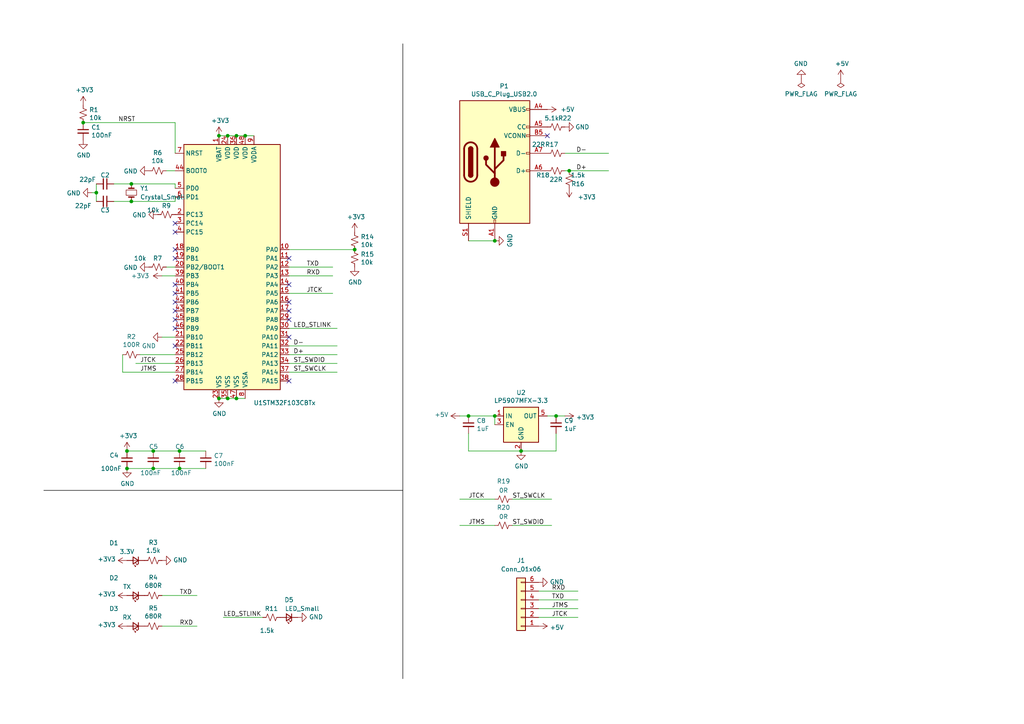
<source format=kicad_sch>
(kicad_sch (version 20211123) (generator eeschema)

  (uuid c144caa5-b0d4-4cef-840a-d4ad178a2102)

  (paper "A4")

  (lib_symbols
    (symbol "HKUST_RT_BJT:LED_Small" (pin_numbers hide) (pin_names (offset 0.254) hide) (in_bom yes) (on_board yes)
      (property "Reference" "D" (id 0) (at -1.27 3.175 0)
        (effects (font (size 1.27 1.27)) (justify left))
      )
      (property "Value" "LED_Small" (id 1) (at -4.445 -2.54 0)
        (effects (font (size 1.27 1.27)) (justify left))
      )
      (property "Footprint" "HKUST_RT_BJT:LED_0805_2012Metric_Pad1.15x1.40mm_HandSolder" (id 2) (at 0 0 90)
        (effects (font (size 1.27 1.27)) hide)
      )
      (property "Datasheet" "" (id 3) (at 0 0 90)
        (effects (font (size 1.27 1.27)) hide)
      )
      (property "ki_fp_filters" "LED* LED_SMD:* LED_THT:*" (id 4) (at 0 0 0)
        (effects (font (size 1.27 1.27)) hide)
      )
      (symbol "LED_Small_0_1"
        (polyline
          (pts
            (xy -0.762 -1.016)
            (xy -0.762 1.016)
          )
          (stroke (width 0.254) (type default) (color 0 0 0 0))
          (fill (type none))
        )
        (polyline
          (pts
            (xy 1.016 0)
            (xy -0.762 0)
          )
          (stroke (width 0) (type default) (color 0 0 0 0))
          (fill (type none))
        )
        (polyline
          (pts
            (xy 0.762 -1.016)
            (xy -0.762 0)
            (xy 0.762 1.016)
            (xy 0.762 -1.016)
          )
          (stroke (width 0.254) (type default) (color 0 0 0 0))
          (fill (type none))
        )
        (polyline
          (pts
            (xy 0 0.762)
            (xy -0.508 1.27)
            (xy -0.254 1.27)
            (xy -0.508 1.27)
            (xy -0.508 1.016)
          )
          (stroke (width 0) (type default) (color 0 0 0 0))
          (fill (type none))
        )
        (polyline
          (pts
            (xy 0.508 1.27)
            (xy 0 1.778)
            (xy 0.254 1.778)
            (xy 0 1.778)
            (xy 0 1.524)
          )
          (stroke (width 0) (type default) (color 0 0 0 0))
          (fill (type none))
        )
      )
      (symbol "LED_Small_1_1"
        (pin passive line (at -2.54 0 0) (length 1.778)
          (name "K" (effects (font (size 1.27 1.27))))
          (number "1" (effects (font (size 1.27 1.27))))
        )
        (pin passive line (at 2.54 0 180) (length 1.778)
          (name "A" (effects (font (size 1.27 1.27))))
          (number "2" (effects (font (size 1.27 1.27))))
        )
      )
    )
    (symbol "HKUST_RT_CONN:Conn_01x06" (pin_names (offset 1.016) hide) (in_bom yes) (on_board yes)
      (property "Reference" "J" (id 0) (at 0 7.62 0)
        (effects (font (size 1.27 1.27)))
      )
      (property "Value" "Conn_01x06" (id 1) (at 0 -10.16 0)
        (effects (font (size 1.27 1.27)))
      )
      (property "Footprint" "" (id 2) (at 0 0 0)
        (effects (font (size 1.27 1.27)) hide)
      )
      (property "Datasheet" "~" (id 3) (at 0 0 0)
        (effects (font (size 1.27 1.27)) hide)
      )
      (property "ki_keywords" "connector" (id 4) (at 0 0 0)
        (effects (font (size 1.27 1.27)) hide)
      )
      (property "ki_description" "Generic connector, single row, 01x06, script generated (kicad-library-utils/schlib/autogen/connector/)" (id 5) (at 0 0 0)
        (effects (font (size 1.27 1.27)) hide)
      )
      (property "ki_fp_filters" "Connector*:*_1x??_*" (id 6) (at 0 0 0)
        (effects (font (size 1.27 1.27)) hide)
      )
      (symbol "Conn_01x06_1_1"
        (rectangle (start -1.27 -7.493) (end 0 -7.747)
          (stroke (width 0.1524) (type default) (color 0 0 0 0))
          (fill (type none))
        )
        (rectangle (start -1.27 -4.953) (end 0 -5.207)
          (stroke (width 0.1524) (type default) (color 0 0 0 0))
          (fill (type none))
        )
        (rectangle (start -1.27 -2.413) (end 0 -2.667)
          (stroke (width 0.1524) (type default) (color 0 0 0 0))
          (fill (type none))
        )
        (rectangle (start -1.27 0.127) (end 0 -0.127)
          (stroke (width 0.1524) (type default) (color 0 0 0 0))
          (fill (type none))
        )
        (rectangle (start -1.27 2.667) (end 0 2.413)
          (stroke (width 0.1524) (type default) (color 0 0 0 0))
          (fill (type none))
        )
        (rectangle (start -1.27 5.207) (end 0 4.953)
          (stroke (width 0.1524) (type default) (color 0 0 0 0))
          (fill (type none))
        )
        (rectangle (start -1.27 6.35) (end 1.27 -8.89)
          (stroke (width 0.254) (type default) (color 0 0 0 0))
          (fill (type background))
        )
        (pin passive line (at -5.08 5.08 0) (length 3.81)
          (name "Pin_1" (effects (font (size 1.27 1.27))))
          (number "1" (effects (font (size 1.27 1.27))))
        )
        (pin passive line (at -5.08 2.54 0) (length 3.81)
          (name "Pin_2" (effects (font (size 1.27 1.27))))
          (number "2" (effects (font (size 1.27 1.27))))
        )
        (pin passive line (at -5.08 0 0) (length 3.81)
          (name "Pin_3" (effects (font (size 1.27 1.27))))
          (number "3" (effects (font (size 1.27 1.27))))
        )
        (pin passive line (at -5.08 -2.54 0) (length 3.81)
          (name "Pin_4" (effects (font (size 1.27 1.27))))
          (number "4" (effects (font (size 1.27 1.27))))
        )
        (pin passive line (at -5.08 -5.08 0) (length 3.81)
          (name "Pin_5" (effects (font (size 1.27 1.27))))
          (number "5" (effects (font (size 1.27 1.27))))
        )
        (pin passive line (at -5.08 -7.62 0) (length 3.81)
          (name "Pin_6" (effects (font (size 1.27 1.27))))
          (number "6" (effects (font (size 1.27 1.27))))
        )
      )
    )
    (symbol "HKUST_RT_CONN:USB_C_Plug_USB2.0" (pin_names (offset 1.016)) (in_bom yes) (on_board yes)
      (property "Reference" "P" (id 0) (at -10.16 19.05 0)
        (effects (font (size 1.27 1.27)) (justify left))
      )
      (property "Value" "USB_C_Plug_USB2.0" (id 1) (at 12.7 19.05 0)
        (effects (font (size 1.27 1.27)) (justify right))
      )
      (property "Footprint" "" (id 2) (at 3.81 0 0)
        (effects (font (size 1.27 1.27)) hide)
      )
      (property "Datasheet" "https://www.usb.org/sites/default/files/documents/usb_type-c.zip" (id 3) (at 3.81 0 0)
        (effects (font (size 1.27 1.27)) hide)
      )
      (property "ki_keywords" "usb universal serial bus type-C USB2.0" (id 4) (at 0 0 0)
        (effects (font (size 1.27 1.27)) hide)
      )
      (property "ki_description" "USB 2.0-only Type-C Plug connector" (id 5) (at 0 0 0)
        (effects (font (size 1.27 1.27)) hide)
      )
      (property "ki_fp_filters" "USB*C*Plug*" (id 6) (at 0 0 0)
        (effects (font (size 1.27 1.27)) hide)
      )
      (symbol "USB_C_Plug_USB2.0_0_0"
        (rectangle (start -0.254 -17.78) (end 0.254 -16.764)
          (stroke (width 0) (type default) (color 0 0 0 0))
          (fill (type none))
        )
        (rectangle (start 10.16 -2.286) (end 9.144 -2.794)
          (stroke (width 0) (type default) (color 0 0 0 0))
          (fill (type none))
        )
        (rectangle (start 10.16 2.794) (end 9.144 2.286)
          (stroke (width 0) (type default) (color 0 0 0 0))
          (fill (type none))
        )
        (rectangle (start 10.16 7.874) (end 9.144 7.366)
          (stroke (width 0) (type default) (color 0 0 0 0))
          (fill (type none))
        )
        (rectangle (start 10.16 10.414) (end 9.144 9.906)
          (stroke (width 0) (type default) (color 0 0 0 0))
          (fill (type none))
        )
        (rectangle (start 10.16 15.494) (end 9.144 14.986)
          (stroke (width 0) (type default) (color 0 0 0 0))
          (fill (type none))
        )
      )
      (symbol "USB_C_Plug_USB2.0_0_1"
        (rectangle (start -10.16 17.78) (end 10.16 -17.78)
          (stroke (width 0.254) (type default) (color 0 0 0 0))
          (fill (type background))
        )
        (arc (start -8.89 -3.81) (mid -6.985 -5.715) (end -5.08 -3.81)
          (stroke (width 0.508) (type default) (color 0 0 0 0))
          (fill (type none))
        )
        (arc (start -7.62 -3.81) (mid -6.985 -4.445) (end -6.35 -3.81)
          (stroke (width 0.254) (type default) (color 0 0 0 0))
          (fill (type none))
        )
        (arc (start -7.62 -3.81) (mid -6.985 -4.445) (end -6.35 -3.81)
          (stroke (width 0.254) (type default) (color 0 0 0 0))
          (fill (type outline))
        )
        (rectangle (start -7.62 -3.81) (end -6.35 3.81)
          (stroke (width 0.254) (type default) (color 0 0 0 0))
          (fill (type outline))
        )
        (arc (start -6.35 3.81) (mid -6.985 4.445) (end -7.62 3.81)
          (stroke (width 0.254) (type default) (color 0 0 0 0))
          (fill (type none))
        )
        (arc (start -6.35 3.81) (mid -6.985 4.445) (end -7.62 3.81)
          (stroke (width 0.254) (type default) (color 0 0 0 0))
          (fill (type outline))
        )
        (arc (start -5.08 3.81) (mid -6.985 5.715) (end -8.89 3.81)
          (stroke (width 0.508) (type default) (color 0 0 0 0))
          (fill (type none))
        )
        (circle (center -2.54 1.143) (radius 0.635)
          (stroke (width 0.254) (type default) (color 0 0 0 0))
          (fill (type outline))
        )
        (circle (center 0 -5.842) (radius 1.27)
          (stroke (width 0) (type default) (color 0 0 0 0))
          (fill (type outline))
        )
        (polyline
          (pts
            (xy -8.89 -3.81)
            (xy -8.89 3.81)
          )
          (stroke (width 0.508) (type default) (color 0 0 0 0))
          (fill (type none))
        )
        (polyline
          (pts
            (xy -5.08 3.81)
            (xy -5.08 -3.81)
          )
          (stroke (width 0.508) (type default) (color 0 0 0 0))
          (fill (type none))
        )
        (polyline
          (pts
            (xy 0 -5.842)
            (xy 0 4.318)
          )
          (stroke (width 0.508) (type default) (color 0 0 0 0))
          (fill (type none))
        )
        (polyline
          (pts
            (xy 0 -3.302)
            (xy -2.54 -0.762)
            (xy -2.54 0.508)
          )
          (stroke (width 0.508) (type default) (color 0 0 0 0))
          (fill (type none))
        )
        (polyline
          (pts
            (xy 0 -2.032)
            (xy 2.54 0.508)
            (xy 2.54 1.778)
          )
          (stroke (width 0.508) (type default) (color 0 0 0 0))
          (fill (type none))
        )
        (polyline
          (pts
            (xy -1.27 4.318)
            (xy 0 6.858)
            (xy 1.27 4.318)
            (xy -1.27 4.318)
          )
          (stroke (width 0.254) (type default) (color 0 0 0 0))
          (fill (type outline))
        )
        (rectangle (start 1.905 1.778) (end 3.175 3.048)
          (stroke (width 0.254) (type default) (color 0 0 0 0))
          (fill (type outline))
        )
      )
      (symbol "USB_C_Plug_USB2.0_1_1"
        (pin passive line (at 0 -22.86 90) (length 5.08)
          (name "GND" (effects (font (size 1.27 1.27))))
          (number "A1" (effects (font (size 1.27 1.27))))
        )
        (pin passive line (at 0 -22.86 90) (length 5.08) hide
          (name "GND" (effects (font (size 1.27 1.27))))
          (number "A12" (effects (font (size 1.27 1.27))))
        )
        (pin passive line (at 15.24 15.24 180) (length 5.08)
          (name "VBUS" (effects (font (size 1.27 1.27))))
          (number "A4" (effects (font (size 1.27 1.27))))
        )
        (pin bidirectional line (at 15.24 10.16 180) (length 5.08)
          (name "CC" (effects (font (size 1.27 1.27))))
          (number "A5" (effects (font (size 1.27 1.27))))
        )
        (pin bidirectional line (at 15.24 -2.54 180) (length 5.08)
          (name "D+" (effects (font (size 1.27 1.27))))
          (number "A6" (effects (font (size 1.27 1.27))))
        )
        (pin bidirectional line (at 15.24 2.54 180) (length 5.08)
          (name "D-" (effects (font (size 1.27 1.27))))
          (number "A7" (effects (font (size 1.27 1.27))))
        )
        (pin passive line (at 15.24 15.24 180) (length 5.08) hide
          (name "VBUS" (effects (font (size 1.27 1.27))))
          (number "A9" (effects (font (size 1.27 1.27))))
        )
        (pin passive line (at 0 -22.86 90) (length 5.08) hide
          (name "GND" (effects (font (size 1.27 1.27))))
          (number "B1" (effects (font (size 1.27 1.27))))
        )
        (pin passive line (at 0 -22.86 90) (length 5.08) hide
          (name "GND" (effects (font (size 1.27 1.27))))
          (number "B12" (effects (font (size 1.27 1.27))))
        )
        (pin passive line (at 15.24 15.24 180) (length 5.08) hide
          (name "VBUS" (effects (font (size 1.27 1.27))))
          (number "B4" (effects (font (size 1.27 1.27))))
        )
        (pin bidirectional line (at 15.24 7.62 180) (length 5.08)
          (name "VCONN" (effects (font (size 1.27 1.27))))
          (number "B5" (effects (font (size 1.27 1.27))))
        )
        (pin passive line (at 15.24 15.24 180) (length 5.08) hide
          (name "VBUS" (effects (font (size 1.27 1.27))))
          (number "B9" (effects (font (size 1.27 1.27))))
        )
        (pin passive line (at -7.62 -22.86 90) (length 5.08)
          (name "SHIELD" (effects (font (size 1.27 1.27))))
          (number "S1" (effects (font (size 1.27 1.27))))
        )
      )
    )
    (symbol "HKUST_RT_IC:LP5907MFX-3.3" (in_bom yes) (on_board yes)
      (property "Reference" "U" (id 0) (at -3.81 6.35 0)
        (effects (font (size 1.27 1.27)))
      )
      (property "Value" "LP5907MFX-3.3" (id 1) (at 6.35 6.35 0)
        (effects (font (size 1.27 1.27)))
      )
      (property "Footprint" "HKUST_RT_IC:SOT-23-5" (id 2) (at 0 8.89 0)
        (effects (font (size 1.27 1.27)) hide)
      )
      (property "Datasheet" "" (id 3) (at 0 12.7 0)
        (effects (font (size 1.27 1.27)) hide)
      )
      (property "ki_description" "250-mA, Ultra-Low-Noise, Low-IQ LDO" (id 4) (at 0 0 0)
        (effects (font (size 1.27 1.27)) hide)
      )
      (property "ki_fp_filters" "SOT?23*" (id 5) (at 0 0 0)
        (effects (font (size 1.27 1.27)) hide)
      )
      (symbol "LP5907MFX-3.3_0_1"
        (rectangle (start -5.08 -5.08) (end 5.08 5.08)
          (stroke (width 0.254) (type default) (color 0 0 0 0))
          (fill (type background))
        )
        (pin power_in line (at -7.62 2.54 0) (length 2.54)
          (name "IN" (effects (font (size 1.27 1.27))))
          (number "1" (effects (font (size 1.27 1.27))))
        )
        (pin power_in line (at 0 -7.62 90) (length 2.54)
          (name "GND" (effects (font (size 1.27 1.27))))
          (number "2" (effects (font (size 1.27 1.27))))
        )
        (pin input line (at -7.62 0 0) (length 2.54)
          (name "EN" (effects (font (size 1.27 1.27))))
          (number "3" (effects (font (size 1.27 1.27))))
        )
        (pin no_connect line (at 5.08 0 180) (length 2.54) hide
          (name "NC" (effects (font (size 1.27 1.27))))
          (number "4" (effects (font (size 1.27 1.27))))
        )
        (pin power_out line (at 7.62 2.54 180) (length 2.54)
          (name "OUT" (effects (font (size 1.27 1.27))))
          (number "5" (effects (font (size 1.27 1.27))))
        )
      )
    )
    (symbol "HKUST_RT_IC:STM32F103CBTx" (in_bom yes) (on_board yes)
      (property "Reference" "U" (id 0) (at -15.24 36.83 0)
        (effects (font (size 1.27 1.27)) (justify left))
      )
      (property "Value" "STM32F103CBTx" (id 1) (at 7.62 36.83 0)
        (effects (font (size 1.27 1.27)) (justify left))
      )
      (property "Footprint" "HKUST_RT_IC:LQFP-48_7x7mm_P0.5mm" (id 2) (at -15.24 -35.56 0)
        (effects (font (size 1.27 1.27)) (justify right) hide)
      )
      (property "Datasheet" "http://www.st.com/st-web-ui/static/active/en/resource/technical/document/datasheet/CD00161566.pdf" (id 3) (at 0 0 0)
        (effects (font (size 1.27 1.27)) hide)
      )
      (property "ki_keywords" "ARM Cortex-M3 STM32F1 STM32F103" (id 4) (at 0 0 0)
        (effects (font (size 1.27 1.27)) hide)
      )
      (property "ki_description" "ARM Cortex-M3 MCU, 128KB flash, 20KB RAM, 72MHz, 2-3.6V, 37 GPIO, LQFP-48" (id 5) (at 0 0 0)
        (effects (font (size 1.27 1.27)) hide)
      )
      (property "ki_fp_filters" "LQFP*7x7mm*P0.5mm*" (id 6) (at 0 0 0)
        (effects (font (size 1.27 1.27)) hide)
      )
      (symbol "STM32F103CBTx_0_1"
        (rectangle (start -15.24 -35.56) (end 12.7 35.56)
          (stroke (width 0.254) (type default) (color 0 0 0 0))
          (fill (type background))
        )
      )
      (symbol "STM32F103CBTx_1_1"
        (pin power_in line (at -5.08 38.1 270) (length 2.54)
          (name "VBAT" (effects (font (size 1.27 1.27))))
          (number "1" (effects (font (size 1.27 1.27))))
        )
        (pin bidirectional line (at 15.24 5.08 180) (length 2.54)
          (name "PA0" (effects (font (size 1.27 1.27))))
          (number "10" (effects (font (size 1.27 1.27))))
        )
        (pin bidirectional line (at 15.24 2.54 180) (length 2.54)
          (name "PA1" (effects (font (size 1.27 1.27))))
          (number "11" (effects (font (size 1.27 1.27))))
        )
        (pin bidirectional line (at 15.24 0 180) (length 2.54)
          (name "PA2" (effects (font (size 1.27 1.27))))
          (number "12" (effects (font (size 1.27 1.27))))
        )
        (pin bidirectional line (at 15.24 -2.54 180) (length 2.54)
          (name "PA3" (effects (font (size 1.27 1.27))))
          (number "13" (effects (font (size 1.27 1.27))))
        )
        (pin bidirectional line (at 15.24 -5.08 180) (length 2.54)
          (name "PA4" (effects (font (size 1.27 1.27))))
          (number "14" (effects (font (size 1.27 1.27))))
        )
        (pin bidirectional line (at 15.24 -7.62 180) (length 2.54)
          (name "PA5" (effects (font (size 1.27 1.27))))
          (number "15" (effects (font (size 1.27 1.27))))
        )
        (pin bidirectional line (at 15.24 -10.16 180) (length 2.54)
          (name "PA6" (effects (font (size 1.27 1.27))))
          (number "16" (effects (font (size 1.27 1.27))))
        )
        (pin bidirectional line (at 15.24 -12.7 180) (length 2.54)
          (name "PA7" (effects (font (size 1.27 1.27))))
          (number "17" (effects (font (size 1.27 1.27))))
        )
        (pin bidirectional line (at -17.78 5.08 0) (length 2.54)
          (name "PB0" (effects (font (size 1.27 1.27))))
          (number "18" (effects (font (size 1.27 1.27))))
        )
        (pin bidirectional line (at -17.78 2.54 0) (length 2.54)
          (name "PB1" (effects (font (size 1.27 1.27))))
          (number "19" (effects (font (size 1.27 1.27))))
        )
        (pin bidirectional line (at -17.78 15.24 0) (length 2.54)
          (name "PC13" (effects (font (size 1.27 1.27))))
          (number "2" (effects (font (size 1.27 1.27))))
        )
        (pin bidirectional line (at -17.78 0 0) (length 2.54)
          (name "PB2/BOOT1" (effects (font (size 1.27 1.27))))
          (number "20" (effects (font (size 1.27 1.27))))
        )
        (pin bidirectional line (at -17.78 -20.32 0) (length 2.54)
          (name "PB10" (effects (font (size 1.27 1.27))))
          (number "21" (effects (font (size 1.27 1.27))))
        )
        (pin bidirectional line (at -17.78 -22.86 0) (length 2.54)
          (name "PB11" (effects (font (size 1.27 1.27))))
          (number "22" (effects (font (size 1.27 1.27))))
        )
        (pin power_in line (at -5.08 -38.1 90) (length 2.54)
          (name "VSS" (effects (font (size 1.27 1.27))))
          (number "23" (effects (font (size 1.27 1.27))))
        )
        (pin power_in line (at -2.54 38.1 270) (length 2.54)
          (name "VDD" (effects (font (size 1.27 1.27))))
          (number "24" (effects (font (size 1.27 1.27))))
        )
        (pin bidirectional line (at -17.78 -25.4 0) (length 2.54)
          (name "PB12" (effects (font (size 1.27 1.27))))
          (number "25" (effects (font (size 1.27 1.27))))
        )
        (pin bidirectional line (at -17.78 -27.94 0) (length 2.54)
          (name "PB13" (effects (font (size 1.27 1.27))))
          (number "26" (effects (font (size 1.27 1.27))))
        )
        (pin bidirectional line (at -17.78 -30.48 0) (length 2.54)
          (name "PB14" (effects (font (size 1.27 1.27))))
          (number "27" (effects (font (size 1.27 1.27))))
        )
        (pin bidirectional line (at -17.78 -33.02 0) (length 2.54)
          (name "PB15" (effects (font (size 1.27 1.27))))
          (number "28" (effects (font (size 1.27 1.27))))
        )
        (pin bidirectional line (at 15.24 -15.24 180) (length 2.54)
          (name "PA8" (effects (font (size 1.27 1.27))))
          (number "29" (effects (font (size 1.27 1.27))))
        )
        (pin bidirectional line (at -17.78 12.7 0) (length 2.54)
          (name "PC14" (effects (font (size 1.27 1.27))))
          (number "3" (effects (font (size 1.27 1.27))))
        )
        (pin bidirectional line (at 15.24 -17.78 180) (length 2.54)
          (name "PA9" (effects (font (size 1.27 1.27))))
          (number "30" (effects (font (size 1.27 1.27))))
        )
        (pin bidirectional line (at 15.24 -20.32 180) (length 2.54)
          (name "PA10" (effects (font (size 1.27 1.27))))
          (number "31" (effects (font (size 1.27 1.27))))
        )
        (pin bidirectional line (at 15.24 -22.86 180) (length 2.54)
          (name "PA11" (effects (font (size 1.27 1.27))))
          (number "32" (effects (font (size 1.27 1.27))))
        )
        (pin bidirectional line (at 15.24 -25.4 180) (length 2.54)
          (name "PA12" (effects (font (size 1.27 1.27))))
          (number "33" (effects (font (size 1.27 1.27))))
        )
        (pin bidirectional line (at 15.24 -27.94 180) (length 2.54)
          (name "PA13" (effects (font (size 1.27 1.27))))
          (number "34" (effects (font (size 1.27 1.27))))
        )
        (pin power_in line (at -2.54 -38.1 90) (length 2.54)
          (name "VSS" (effects (font (size 1.27 1.27))))
          (number "35" (effects (font (size 1.27 1.27))))
        )
        (pin power_in line (at 0 38.1 270) (length 2.54)
          (name "VDD" (effects (font (size 1.27 1.27))))
          (number "36" (effects (font (size 1.27 1.27))))
        )
        (pin bidirectional line (at 15.24 -30.48 180) (length 2.54)
          (name "PA14" (effects (font (size 1.27 1.27))))
          (number "37" (effects (font (size 1.27 1.27))))
        )
        (pin bidirectional line (at 15.24 -33.02 180) (length 2.54)
          (name "PA15" (effects (font (size 1.27 1.27))))
          (number "38" (effects (font (size 1.27 1.27))))
        )
        (pin bidirectional line (at -17.78 -2.54 0) (length 2.54)
          (name "PB3" (effects (font (size 1.27 1.27))))
          (number "39" (effects (font (size 1.27 1.27))))
        )
        (pin bidirectional line (at -17.78 10.16 0) (length 2.54)
          (name "PC15" (effects (font (size 1.27 1.27))))
          (number "4" (effects (font (size 1.27 1.27))))
        )
        (pin bidirectional line (at -17.78 -5.08 0) (length 2.54)
          (name "PB4" (effects (font (size 1.27 1.27))))
          (number "40" (effects (font (size 1.27 1.27))))
        )
        (pin bidirectional line (at -17.78 -7.62 0) (length 2.54)
          (name "PB5" (effects (font (size 1.27 1.27))))
          (number "41" (effects (font (size 1.27 1.27))))
        )
        (pin bidirectional line (at -17.78 -10.16 0) (length 2.54)
          (name "PB6" (effects (font (size 1.27 1.27))))
          (number "42" (effects (font (size 1.27 1.27))))
        )
        (pin bidirectional line (at -17.78 -12.7 0) (length 2.54)
          (name "PB7" (effects (font (size 1.27 1.27))))
          (number "43" (effects (font (size 1.27 1.27))))
        )
        (pin input line (at -17.78 27.94 0) (length 2.54)
          (name "BOOT0" (effects (font (size 1.27 1.27))))
          (number "44" (effects (font (size 1.27 1.27))))
        )
        (pin bidirectional line (at -17.78 -15.24 0) (length 2.54)
          (name "PB8" (effects (font (size 1.27 1.27))))
          (number "45" (effects (font (size 1.27 1.27))))
        )
        (pin bidirectional line (at -17.78 -17.78 0) (length 2.54)
          (name "PB9" (effects (font (size 1.27 1.27))))
          (number "46" (effects (font (size 1.27 1.27))))
        )
        (pin power_in line (at 0 -38.1 90) (length 2.54)
          (name "VSS" (effects (font (size 1.27 1.27))))
          (number "47" (effects (font (size 1.27 1.27))))
        )
        (pin power_in line (at 2.54 38.1 270) (length 2.54)
          (name "VDD" (effects (font (size 1.27 1.27))))
          (number "48" (effects (font (size 1.27 1.27))))
        )
        (pin input line (at -17.78 22.86 0) (length 2.54)
          (name "PD0" (effects (font (size 1.27 1.27))))
          (number "5" (effects (font (size 1.27 1.27))))
        )
        (pin input line (at -17.78 20.32 0) (length 2.54)
          (name "PD1" (effects (font (size 1.27 1.27))))
          (number "6" (effects (font (size 1.27 1.27))))
        )
        (pin input line (at -17.78 33.02 0) (length 2.54)
          (name "NRST" (effects (font (size 1.27 1.27))))
          (number "7" (effects (font (size 1.27 1.27))))
        )
        (pin power_in line (at 2.54 -38.1 90) (length 2.54)
          (name "VSSA" (effects (font (size 1.27 1.27))))
          (number "8" (effects (font (size 1.27 1.27))))
        )
        (pin power_in line (at 5.08 38.1 270) (length 2.54)
          (name "VDDA" (effects (font (size 1.27 1.27))))
          (number "9" (effects (font (size 1.27 1.27))))
        )
      )
    )
    (symbol "HKUST_RT_RCL:C_Small" (pin_numbers hide) (pin_names (offset 0.254) hide) (in_bom yes) (on_board yes)
      (property "Reference" "C" (id 0) (at 0.254 1.778 0)
        (effects (font (size 1.27 1.27)) (justify left))
      )
      (property "Value" "C_Small" (id 1) (at 0.254 -2.032 0)
        (effects (font (size 1.27 1.27)) (justify left))
      )
      (property "Footprint" "HKUST_RT_RCL:C_0805_2012Metric_Pad1.18x1.45mm_HandSolder" (id 2) (at 0 0 0)
        (effects (font (size 1.27 1.27)) hide)
      )
      (property "Datasheet" "" (id 3) (at 0 0 0)
        (effects (font (size 1.27 1.27)) hide)
      )
      (property "ki_fp_filters" "C_*" (id 4) (at 0 0 0)
        (effects (font (size 1.27 1.27)) hide)
      )
      (symbol "C_Small_0_1"
        (polyline
          (pts
            (xy -1.524 -0.508)
            (xy 1.524 -0.508)
          )
          (stroke (width 0.3302) (type default) (color 0 0 0 0))
          (fill (type none))
        )
        (polyline
          (pts
            (xy -1.524 0.508)
            (xy 1.524 0.508)
          )
          (stroke (width 0.3048) (type default) (color 0 0 0 0))
          (fill (type none))
        )
      )
      (symbol "C_Small_1_1"
        (pin passive line (at 0 2.54 270) (length 2.032)
          (name "~" (effects (font (size 1.27 1.27))))
          (number "1" (effects (font (size 1.27 1.27))))
        )
        (pin passive line (at 0 -2.54 90) (length 2.032)
          (name "~" (effects (font (size 1.27 1.27))))
          (number "2" (effects (font (size 1.27 1.27))))
        )
      )
    )
    (symbol "HKUST_RT_RCL:Crystal_Small" (pin_numbers hide) (pin_names (offset 1.016) hide) (in_bom yes) (on_board yes)
      (property "Reference" "Y" (id 0) (at 0 2.54 0)
        (effects (font (size 1.27 1.27)))
      )
      (property "Value" "Crystal_Small" (id 1) (at 0 -2.54 0)
        (effects (font (size 1.27 1.27)))
      )
      (property "Footprint" "" (id 2) (at 0 0 0)
        (effects (font (size 1.27 1.27)) hide)
      )
      (property "Datasheet" "" (id 3) (at 0 0 0)
        (effects (font (size 1.27 1.27)) hide)
      )
      (property "ki_fp_filters" "Crystal*" (id 4) (at 0 0 0)
        (effects (font (size 1.27 1.27)) hide)
      )
      (symbol "Crystal_Small_0_1"
        (rectangle (start -0.762 -1.524) (end 0.762 1.524)
          (stroke (width 0) (type default) (color 0 0 0 0))
          (fill (type none))
        )
        (polyline
          (pts
            (xy -1.27 -0.762)
            (xy -1.27 0.762)
          )
          (stroke (width 0.381) (type default) (color 0 0 0 0))
          (fill (type none))
        )
        (polyline
          (pts
            (xy 1.27 -0.762)
            (xy 1.27 0.762)
          )
          (stroke (width 0.381) (type default) (color 0 0 0 0))
          (fill (type none))
        )
      )
      (symbol "Crystal_Small_1_1"
        (pin passive line (at -2.54 0 0) (length 1.27)
          (name "1" (effects (font (size 1.27 1.27))))
          (number "1" (effects (font (size 1.27 1.27))))
        )
        (pin passive line (at 2.54 0 180) (length 1.27)
          (name "2" (effects (font (size 1.27 1.27))))
          (number "2" (effects (font (size 1.27 1.27))))
        )
      )
    )
    (symbol "HKUST_RT_RCL:R_Small_US" (pin_numbers hide) (pin_names (offset 0.254) hide) (in_bom yes) (on_board yes)
      (property "Reference" "R" (id 0) (at 0.762 0.508 0)
        (effects (font (size 1.27 1.27)) (justify left))
      )
      (property "Value" "R_Small_US" (id 1) (at 0.762 -1.016 0)
        (effects (font (size 1.27 1.27)) (justify left))
      )
      (property "Footprint" "" (id 2) (at 0 0 0)
        (effects (font (size 1.27 1.27)))
      )
      (property "Datasheet" "" (id 3) (at 0 0 0)
        (effects (font (size 1.27 1.27)) hide)
      )
      (property "ki_fp_filters" "R_*" (id 4) (at 0 0 0)
        (effects (font (size 1.27 1.27)) hide)
      )
      (symbol "R_Small_US_1_1"
        (polyline
          (pts
            (xy 0 0)
            (xy 1.016 -0.381)
            (xy 0 -0.762)
            (xy -1.016 -1.143)
            (xy 0 -1.524)
          )
          (stroke (width 0) (type default) (color 0 0 0 0))
          (fill (type none))
        )
        (polyline
          (pts
            (xy 0 1.524)
            (xy 1.016 1.143)
            (xy 0 0.762)
            (xy -1.016 0.381)
            (xy 0 0)
          )
          (stroke (width 0) (type default) (color 0 0 0 0))
          (fill (type none))
        )
        (pin passive line (at 0 2.54 270) (length 1.016)
          (name "~" (effects (font (size 1.27 1.27))))
          (number "1" (effects (font (size 1.27 1.27))))
        )
        (pin passive line (at 0 -2.54 90) (length 1.016)
          (name "~" (effects (font (size 1.27 1.27))))
          (number "2" (effects (font (size 1.27 1.27))))
        )
      )
    )
    (symbol "power:+3.3V" (power) (pin_names (offset 0)) (in_bom yes) (on_board yes)
      (property "Reference" "#PWR" (id 0) (at 0 -3.81 0)
        (effects (font (size 1.27 1.27)) hide)
      )
      (property "Value" "+3.3V" (id 1) (at 0 3.556 0)
        (effects (font (size 1.27 1.27)))
      )
      (property "Footprint" "" (id 2) (at 0 0 0)
        (effects (font (size 1.27 1.27)) hide)
      )
      (property "Datasheet" "" (id 3) (at 0 0 0)
        (effects (font (size 1.27 1.27)) hide)
      )
      (property "ki_keywords" "power-flag" (id 4) (at 0 0 0)
        (effects (font (size 1.27 1.27)) hide)
      )
      (property "ki_description" "Power symbol creates a global label with name \"+3.3V\"" (id 5) (at 0 0 0)
        (effects (font (size 1.27 1.27)) hide)
      )
      (symbol "+3.3V_0_1"
        (polyline
          (pts
            (xy -0.762 1.27)
            (xy 0 2.54)
          )
          (stroke (width 0) (type default) (color 0 0 0 0))
          (fill (type none))
        )
        (polyline
          (pts
            (xy 0 0)
            (xy 0 2.54)
          )
          (stroke (width 0) (type default) (color 0 0 0 0))
          (fill (type none))
        )
        (polyline
          (pts
            (xy 0 2.54)
            (xy 0.762 1.27)
          )
          (stroke (width 0) (type default) (color 0 0 0 0))
          (fill (type none))
        )
      )
      (symbol "+3.3V_1_1"
        (pin power_in line (at 0 0 90) (length 0) hide
          (name "+3V3" (effects (font (size 1.27 1.27))))
          (number "1" (effects (font (size 1.27 1.27))))
        )
      )
    )
    (symbol "power:+5V" (power) (pin_names (offset 0)) (in_bom yes) (on_board yes)
      (property "Reference" "#PWR" (id 0) (at 0 -3.81 0)
        (effects (font (size 1.27 1.27)) hide)
      )
      (property "Value" "+5V" (id 1) (at 0 3.556 0)
        (effects (font (size 1.27 1.27)))
      )
      (property "Footprint" "" (id 2) (at 0 0 0)
        (effects (font (size 1.27 1.27)) hide)
      )
      (property "Datasheet" "" (id 3) (at 0 0 0)
        (effects (font (size 1.27 1.27)) hide)
      )
      (property "ki_keywords" "power-flag" (id 4) (at 0 0 0)
        (effects (font (size 1.27 1.27)) hide)
      )
      (property "ki_description" "Power symbol creates a global label with name \"+5V\"" (id 5) (at 0 0 0)
        (effects (font (size 1.27 1.27)) hide)
      )
      (symbol "+5V_0_1"
        (polyline
          (pts
            (xy -0.762 1.27)
            (xy 0 2.54)
          )
          (stroke (width 0) (type default) (color 0 0 0 0))
          (fill (type none))
        )
        (polyline
          (pts
            (xy 0 0)
            (xy 0 2.54)
          )
          (stroke (width 0) (type default) (color 0 0 0 0))
          (fill (type none))
        )
        (polyline
          (pts
            (xy 0 2.54)
            (xy 0.762 1.27)
          )
          (stroke (width 0) (type default) (color 0 0 0 0))
          (fill (type none))
        )
      )
      (symbol "+5V_1_1"
        (pin power_in line (at 0 0 90) (length 0) hide
          (name "+5V" (effects (font (size 1.27 1.27))))
          (number "1" (effects (font (size 1.27 1.27))))
        )
      )
    )
    (symbol "power:GND" (power) (pin_names (offset 0)) (in_bom yes) (on_board yes)
      (property "Reference" "#PWR" (id 0) (at 0 -6.35 0)
        (effects (font (size 1.27 1.27)) hide)
      )
      (property "Value" "GND" (id 1) (at 0 -3.81 0)
        (effects (font (size 1.27 1.27)))
      )
      (property "Footprint" "" (id 2) (at 0 0 0)
        (effects (font (size 1.27 1.27)) hide)
      )
      (property "Datasheet" "" (id 3) (at 0 0 0)
        (effects (font (size 1.27 1.27)) hide)
      )
      (property "ki_keywords" "power-flag" (id 4) (at 0 0 0)
        (effects (font (size 1.27 1.27)) hide)
      )
      (property "ki_description" "Power symbol creates a global label with name \"GND\" , ground" (id 5) (at 0 0 0)
        (effects (font (size 1.27 1.27)) hide)
      )
      (symbol "GND_0_1"
        (polyline
          (pts
            (xy 0 0)
            (xy 0 -1.27)
            (xy 1.27 -1.27)
            (xy 0 -2.54)
            (xy -1.27 -1.27)
            (xy 0 -1.27)
          )
          (stroke (width 0) (type default) (color 0 0 0 0))
          (fill (type none))
        )
      )
      (symbol "GND_1_1"
        (pin power_in line (at 0 0 270) (length 0) hide
          (name "GND" (effects (font (size 1.27 1.27))))
          (number "1" (effects (font (size 1.27 1.27))))
        )
      )
    )
    (symbol "power:PWR_FLAG" (power) (pin_numbers hide) (pin_names (offset 0) hide) (in_bom yes) (on_board yes)
      (property "Reference" "#FLG" (id 0) (at 0 1.905 0)
        (effects (font (size 1.27 1.27)) hide)
      )
      (property "Value" "PWR_FLAG" (id 1) (at 0 3.81 0)
        (effects (font (size 1.27 1.27)))
      )
      (property "Footprint" "" (id 2) (at 0 0 0)
        (effects (font (size 1.27 1.27)) hide)
      )
      (property "Datasheet" "~" (id 3) (at 0 0 0)
        (effects (font (size 1.27 1.27)) hide)
      )
      (property "ki_keywords" "power-flag" (id 4) (at 0 0 0)
        (effects (font (size 1.27 1.27)) hide)
      )
      (property "ki_description" "Special symbol for telling ERC where power comes from" (id 5) (at 0 0 0)
        (effects (font (size 1.27 1.27)) hide)
      )
      (symbol "PWR_FLAG_0_0"
        (pin power_out line (at 0 0 90) (length 0)
          (name "pwr" (effects (font (size 1.27 1.27))))
          (number "1" (effects (font (size 1.27 1.27))))
        )
      )
      (symbol "PWR_FLAG_0_1"
        (polyline
          (pts
            (xy 0 0)
            (xy 0 1.27)
            (xy -1.016 1.905)
            (xy 0 2.54)
            (xy 1.016 1.905)
            (xy 0 1.27)
          )
          (stroke (width 0) (type default) (color 0 0 0 0))
          (fill (type none))
        )
      )
    )
  )

  (junction (at 44.45 130.81) (diameter 0) (color 0 0 0 0)
    (uuid 097edb1b-8998-4e70-b670-bba125982348)
  )
  (junction (at 38.1 53.34) (diameter 0) (color 0 0 0 0)
    (uuid 0ccea004-159c-4140-b5bd-f9753bf6d9f0)
  )
  (junction (at 52.07 135.89) (diameter 0) (color 0 0 0 0)
    (uuid 14c51520-6d91-4098-a59a-5121f2a898f7)
  )
  (junction (at 63.5 39.37) (diameter 0) (color 0 0 0 0)
    (uuid 26801cfb-b53b-4a6a-a2f4-5f4986565765)
  )
  (junction (at 71.12 39.37) (diameter 0) (color 0 0 0 0)
    (uuid 34d03349-6d78-4165-a683-2d8b76f2bae8)
  )
  (junction (at 68.58 115.57) (diameter 0) (color 0 0 0 0)
    (uuid 37b6c6d6-3e12-4736-912a-ea6e2bf06721)
  )
  (junction (at 36.83 130.81) (diameter 0) (color 0 0 0 0)
    (uuid 477311b9-8f81-40c8-9c55-fd87e287247a)
  )
  (junction (at 38.1 58.42) (diameter 0) (color 0 0 0 0)
    (uuid 4afbcab0-8772-4bb7-8c18-21fe06bf2973)
  )
  (junction (at 52.07 130.81) (diameter 0) (color 0 0 0 0)
    (uuid 67763d19-f622-4e1e-81e5-5b24da7c3f99)
  )
  (junction (at 24.13 35.56) (diameter 0) (color 0 0 0 0)
    (uuid 6781326c-6e0d-4753-8f28-0f5c687e01f9)
  )
  (junction (at 151.13 130.81) (diameter 0) (color 0 0 0 0)
    (uuid 6ec113ca-7d27-4b14-a180-1e5e2fd1c167)
  )
  (junction (at 165.1 49.53) (diameter 0) (color 0 0 0 0)
    (uuid 8195a7cf-4576-44dd-9e0e-ee048fdb93dd)
  )
  (junction (at 135.89 120.65) (diameter 0) (color 0 0 0 0)
    (uuid a17904b9-135e-4dae-ae20-401c7787de72)
  )
  (junction (at 27.94 55.88) (diameter 0) (color 0 0 0 0)
    (uuid a8447faf-e0a0-4c4a-ae53-4d4b28669151)
  )
  (junction (at 36.83 135.89) (diameter 0) (color 0 0 0 0)
    (uuid aa2ea573-3f20-43c1-aa99-1f9c6031a9aa)
  )
  (junction (at 63.5 115.57) (diameter 0) (color 0 0 0 0)
    (uuid aa79024d-ca7e-4c24-b127-7df08bbd0c75)
  )
  (junction (at 66.04 39.37) (diameter 0) (color 0 0 0 0)
    (uuid c7af8405-da2e-4a34-b9b8-518f342f8995)
  )
  (junction (at 143.51 120.65) (diameter 0) (color 0 0 0 0)
    (uuid cdfb07af-801b-44ba-8c30-d021a6ad3039)
  )
  (junction (at 102.87 72.39) (diameter 0) (color 0 0 0 0)
    (uuid d9c6d5d2-0b49-49ba-a970-cd2c32f74c54)
  )
  (junction (at 66.04 115.57) (diameter 0) (color 0 0 0 0)
    (uuid da25bf79-0abb-4fac-a221-ca5c574dfc29)
  )
  (junction (at 68.58 39.37) (diameter 0) (color 0 0 0 0)
    (uuid e32ee344-1030-4498-9cac-bfbf7540faf4)
  )
  (junction (at 161.29 120.65) (diameter 0) (color 0 0 0 0)
    (uuid eee16674-2d21-45b6-ab5e-d669125df26c)
  )
  (junction (at 44.45 135.89) (diameter 0) (color 0 0 0 0)
    (uuid f40d350f-0d3e-4f8a-b004-d950f2f8f1ba)
  )
  (junction (at 143.51 69.85) (diameter 0) (color 0 0 0 0)
    (uuid fd3499d5-6fd2-49a4-bdb0-109cee899fde)
  )

  (no_connect (at 50.8 72.39) (uuid 1171ce37-6ad7-4662-bb68-5592c945ebf3))
  (no_connect (at 83.82 87.63) (uuid 155b0b7c-70b4-4a26-a550-bac13cab0aa4))
  (no_connect (at 83.82 90.17) (uuid 1fa508ef-df83-4c99-846b-9acf535b3ad9))
  (no_connect (at 83.82 82.55) (uuid 20c315f4-1e4f-49aa-8d61-778a7389df7e))
  (no_connect (at 50.8 110.49) (uuid 27d56953-c620-4d5b-9c1c-e48bc3d9684a))
  (no_connect (at 50.8 90.17) (uuid 29e058a7-50a3-43e5-81c3-bfee53da08be))
  (no_connect (at 50.8 67.31) (uuid 382ca670-6ae8-4de6-90f9-f241d1337171))
  (no_connect (at 50.8 87.63) (uuid 3fd54105-4b7e-4004-9801-76ec66108a22))
  (no_connect (at 83.82 97.79) (uuid 4f411f68-04bd-4175-a406-bcaa4cf6601e))
  (no_connect (at 50.8 92.71) (uuid 5cf2db29-f7ab-499a-9907-cdeba64bf0f3))
  (no_connect (at 50.8 85.09) (uuid 6fd4442e-30b3-428b-9306-61418a63d311))
  (no_connect (at 50.8 74.93) (uuid 7e0a03ae-d054-4f76-a131-5c09b8dc1636))
  (no_connect (at 50.8 82.55) (uuid 8d0c1d66-35ef-4a53-a28f-436a11b54f42))
  (no_connect (at 83.82 110.49) (uuid 8fc062a7-114d-48eb-a8f8-71128838f380))
  (no_connect (at 50.8 64.77) (uuid 917920ab-0c6e-4927-974d-ef342cdd4f63))
  (no_connect (at 83.82 92.71) (uuid 9193c41e-d425-447d-b95c-6986d66ea01c))
  (no_connect (at 83.82 74.93) (uuid a6b7df29-bcf8-46a9-b623-7eaac47f5110))
  (no_connect (at 50.8 100.33) (uuid d6fb27cf-362d-4568-967c-a5bf49d5931b))
  (no_connect (at 50.8 95.25) (uuid feb26ecb-9193-46ea-a41b-d09305bf0a3e))
  (no_connect (at 158.75 39.37) (uuid fef37e8b-0ff0-4da2-8a57-acaf19551d1a))

  (wire (pts (xy 66.04 115.57) (xy 63.5 115.57))
    (stroke (width 0) (type default) (color 0 0 0 0))
    (uuid 026ac84e-b8b2-4dd2-b675-8323c24fd778)
  )
  (wire (pts (xy 160.02 144.78) (xy 148.59 144.78))
    (stroke (width 0) (type default) (color 0 0 0 0))
    (uuid 057af6bb-cf6f-4bfb-b0c0-2e92a2c09a47)
  )
  (wire (pts (xy 165.1 49.53) (xy 176.53 49.53))
    (stroke (width 0) (type default) (color 0 0 0 0))
    (uuid 0ae82096-0994-4fb0-9a2a-d4ac4804abac)
  )
  (wire (pts (xy 68.58 115.57) (xy 66.04 115.57))
    (stroke (width 0) (type default) (color 0 0 0 0))
    (uuid 0bcafe80-ffba-4f1e-ae51-95a595b006db)
  )
  (wire (pts (xy 143.51 120.65) (xy 143.51 123.19))
    (stroke (width 0) (type default) (color 0 0 0 0))
    (uuid 0c3dceba-7c95-4b3d-b590-0eb581444beb)
  )
  (wire (pts (xy 44.45 135.89) (xy 52.07 135.89))
    (stroke (width 0) (type default) (color 0 0 0 0))
    (uuid 0e1ed1c5-7428-4dc7-b76e-49b2d5f8177d)
  )
  (wire (pts (xy 24.13 35.56) (xy 50.8 35.56))
    (stroke (width 0) (type default) (color 0 0 0 0))
    (uuid 101ef598-601d-400e-9ef6-d655fbb1dbfa)
  )
  (wire (pts (xy 161.29 130.81) (xy 161.29 125.73))
    (stroke (width 0) (type default) (color 0 0 0 0))
    (uuid 14769dc5-8525-4984-8b15-a734ee247efa)
  )
  (wire (pts (xy 133.35 144.78) (xy 143.51 144.78))
    (stroke (width 0) (type default) (color 0 0 0 0))
    (uuid 173f6f06-e7d0-42ac-ab03-ce6b79b9eeee)
  )
  (wire (pts (xy 176.53 44.45) (xy 163.83 44.45))
    (stroke (width 0) (type default) (color 0 0 0 0))
    (uuid 19b0959e-a79b-43b2-a5ad-525ced7e9131)
  )
  (wire (pts (xy 167.64 176.53) (xy 156.21 176.53))
    (stroke (width 0) (type default) (color 0 0 0 0))
    (uuid 1e30ebb0-cda5-4796-ae04-434824503fcf)
  )
  (wire (pts (xy 38.1 58.42) (xy 50.8 58.42))
    (stroke (width 0) (type default) (color 0 0 0 0))
    (uuid 1f52d044-35a1-4971-a033-158db0c09f89)
  )
  (wire (pts (xy 36.83 135.89) (xy 44.45 135.89))
    (stroke (width 0) (type default) (color 0 0 0 0))
    (uuid 240e5dac-6242-47a5-bbef-f76d11c715c0)
  )
  (wire (pts (xy 97.79 100.33) (xy 83.82 100.33))
    (stroke (width 0) (type default) (color 0 0 0 0))
    (uuid 262f1ea9-0133-4b43-be36-456207ea857c)
  )
  (polyline (pts (xy 116.84 142.24) (xy 12.7 142.24))
    (stroke (width 0) (type solid) (color 0 0 0 1))
    (uuid 2846428d-39de-4eae-8ce2-64955d56c493)
  )

  (wire (pts (xy 135.89 69.85) (xy 143.51 69.85))
    (stroke (width 0) (type default) (color 0 0 0 0))
    (uuid 2891767f-251c-48c4-91c0-deb1b368f45c)
  )
  (wire (pts (xy 52.07 135.89) (xy 59.69 135.89))
    (stroke (width 0) (type default) (color 0 0 0 0))
    (uuid 2d67a417-188f-4014-9282-000265d80009)
  )
  (wire (pts (xy 68.58 39.37) (xy 66.04 39.37))
    (stroke (width 0) (type default) (color 0 0 0 0))
    (uuid 34cdc1c9-c9e2-44c4-9677-c1c7d7efd83d)
  )
  (wire (pts (xy 48.26 77.47) (xy 50.8 77.47))
    (stroke (width 0) (type default) (color 0 0 0 0))
    (uuid 3a52f112-cb97-43db-aaeb-20afe27664d7)
  )
  (wire (pts (xy 38.1 53.34) (xy 50.8 53.34))
    (stroke (width 0) (type default) (color 0 0 0 0))
    (uuid 3e23ff80-976e-481f-b649-d3b6afc29a05)
  )
  (wire (pts (xy 167.64 179.07) (xy 156.21 179.07))
    (stroke (width 0) (type default) (color 0 0 0 0))
    (uuid 3f2c7c0a-711a-4a81-91b8-1718f3c5e25e)
  )
  (wire (pts (xy 35.56 102.87) (xy 35.56 107.95))
    (stroke (width 0) (type default) (color 0 0 0 0))
    (uuid 40b14a16-fb82-4b9d-89dd-55cd98abb5cc)
  )
  (wire (pts (xy 50.8 80.01) (xy 46.99 80.01))
    (stroke (width 0) (type default) (color 0 0 0 0))
    (uuid 43707e99-bdd7-4b02-9974-540ed6c2b0aa)
  )
  (wire (pts (xy 133.35 152.4) (xy 143.51 152.4))
    (stroke (width 0) (type default) (color 0 0 0 0))
    (uuid 4632212f-13ce-4392-bc68-ccb9ba333770)
  )
  (polyline (pts (xy 116.84 12.7) (xy 116.84 196.85))
    (stroke (width 0) (type solid) (color 0 0 0 1))
    (uuid 4fa10683-33cd-4dcd-8acc-2415cd63c62a)
  )

  (wire (pts (xy 135.89 125.73) (xy 135.89 130.81))
    (stroke (width 0) (type default) (color 0 0 0 0))
    (uuid 5bcace5d-edd0-4e19-92d0-835e43cf8eb2)
  )
  (wire (pts (xy 83.82 107.95) (xy 97.79 107.95))
    (stroke (width 0) (type default) (color 0 0 0 0))
    (uuid 5edcefbe-9766-42c8-9529-28d0ec865573)
  )
  (wire (pts (xy 52.07 130.81) (xy 44.45 130.81))
    (stroke (width 0) (type default) (color 0 0 0 0))
    (uuid 6284122b-79c3-4e04-925e-3d32cc3ec077)
  )
  (wire (pts (xy 27.94 53.34) (xy 27.94 55.88))
    (stroke (width 0) (type default) (color 0 0 0 0))
    (uuid 65134029-dbd2-409a-85a8-13c2a33ff019)
  )
  (wire (pts (xy 40.64 102.87) (xy 50.8 102.87))
    (stroke (width 0) (type default) (color 0 0 0 0))
    (uuid 658dad07-97fd-466c-8b49-21892ac96ea4)
  )
  (wire (pts (xy 33.02 53.34) (xy 38.1 53.34))
    (stroke (width 0) (type default) (color 0 0 0 0))
    (uuid 6b7c1048-12b6-46b2-b762-fa3ad30472dd)
  )
  (wire (pts (xy 64.77 179.07) (xy 76.2 179.07))
    (stroke (width 0) (type default) (color 0 0 0 0))
    (uuid 71f92193-19b0-44ed-bc7f-77535083d769)
  )
  (wire (pts (xy 97.79 105.41) (xy 83.82 105.41))
    (stroke (width 0) (type default) (color 0 0 0 0))
    (uuid 721d1be9-236e-470b-ba69-f1cc6c43faf9)
  )
  (wire (pts (xy 96.52 80.01) (xy 83.82 80.01))
    (stroke (width 0) (type default) (color 0 0 0 0))
    (uuid 7a4ce4b3-518a-4819-b8b2-5127b3347c64)
  )
  (wire (pts (xy 26.67 55.88) (xy 27.94 55.88))
    (stroke (width 0) (type default) (color 0 0 0 0))
    (uuid 7f2301df-e4bc-479e-a681-cc59c9a2dbbb)
  )
  (wire (pts (xy 27.94 55.88) (xy 27.94 58.42))
    (stroke (width 0) (type default) (color 0 0 0 0))
    (uuid 7f52d787-caa3-4a92-b1b2-19d554dc29a4)
  )
  (wire (pts (xy 50.8 53.34) (xy 50.8 54.61))
    (stroke (width 0) (type default) (color 0 0 0 0))
    (uuid 8087f566-a94d-4bbc-985b-e49ee7762296)
  )
  (wire (pts (xy 59.69 130.81) (xy 52.07 130.81))
    (stroke (width 0) (type default) (color 0 0 0 0))
    (uuid 84e5506c-143e-495f-9aa4-d3a71622f213)
  )
  (wire (pts (xy 161.29 120.65) (xy 163.83 120.65))
    (stroke (width 0) (type default) (color 0 0 0 0))
    (uuid 853ee787-6e2c-4f32-bc75-6c17337dd3d5)
  )
  (wire (pts (xy 71.12 39.37) (xy 68.58 39.37))
    (stroke (width 0) (type default) (color 0 0 0 0))
    (uuid 86dc7a78-7d51-4111-9eea-8a8f7977eb16)
  )
  (wire (pts (xy 96.52 85.09) (xy 83.82 85.09))
    (stroke (width 0) (type default) (color 0 0 0 0))
    (uuid 89e83c2e-e90a-4a50-b278-880bac0cfb49)
  )
  (wire (pts (xy 50.8 57.15) (xy 50.8 58.42))
    (stroke (width 0) (type default) (color 0 0 0 0))
    (uuid 98c78427-acd5-4f90-9ad6-9f61c4809aec)
  )
  (wire (pts (xy 44.45 130.81) (xy 36.83 130.81))
    (stroke (width 0) (type default) (color 0 0 0 0))
    (uuid 994b6220-4755-4d84-91b3-6122ac1c2c5e)
  )
  (wire (pts (xy 167.64 173.99) (xy 156.21 173.99))
    (stroke (width 0) (type default) (color 0 0 0 0))
    (uuid a2f34271-4dfe-4eb8-823e-e43aec37bc0a)
  )
  (wire (pts (xy 97.79 95.25) (xy 83.82 95.25))
    (stroke (width 0) (type default) (color 0 0 0 0))
    (uuid a5e521b9-814e-4853-a5ac-f158785c6269)
  )
  (wire (pts (xy 96.52 77.47) (xy 83.82 77.47))
    (stroke (width 0) (type default) (color 0 0 0 0))
    (uuid a9b3f6e4-7a6d-4ae8-ad28-3d8458e0ca1a)
  )
  (wire (pts (xy 57.15 172.72) (xy 46.99 172.72))
    (stroke (width 0) (type default) (color 0 0 0 0))
    (uuid aa130053-a451-4f12-97f7-3d4d891a5f83)
  )
  (wire (pts (xy 158.75 120.65) (xy 161.29 120.65))
    (stroke (width 0) (type default) (color 0 0 0 0))
    (uuid b1ddb058-f7b2-429c-9489-f4e2242ad7e5)
  )
  (wire (pts (xy 71.12 115.57) (xy 68.58 115.57))
    (stroke (width 0) (type default) (color 0 0 0 0))
    (uuid bb4b1afc-c46e-451d-8dad-36b7dec82f26)
  )
  (wire (pts (xy 135.89 130.81) (xy 151.13 130.81))
    (stroke (width 0) (type default) (color 0 0 0 0))
    (uuid bd065eaf-e495-4837-bdb3-129934de1fc7)
  )
  (wire (pts (xy 35.56 107.95) (xy 50.8 107.95))
    (stroke (width 0) (type default) (color 0 0 0 0))
    (uuid c09938fd-06b9-4771-9f63-2311626243b3)
  )
  (wire (pts (xy 97.79 102.87) (xy 83.82 102.87))
    (stroke (width 0) (type default) (color 0 0 0 0))
    (uuid c1c799a0-3c93-493a-9ad7-8a0561bc69ee)
  )
  (wire (pts (xy 66.04 39.37) (xy 63.5 39.37))
    (stroke (width 0) (type default) (color 0 0 0 0))
    (uuid c49d23ab-146d-4089-864f-2d22b5b414b9)
  )
  (wire (pts (xy 50.8 35.56) (xy 50.8 44.45))
    (stroke (width 0) (type default) (color 0 0 0 0))
    (uuid c8029a4c-945d-42ca-871a-dd73ff50a1a3)
  )
  (wire (pts (xy 160.02 152.4) (xy 148.59 152.4))
    (stroke (width 0) (type default) (color 0 0 0 0))
    (uuid cb16d05e-318b-4e51-867b-70d791d75bea)
  )
  (wire (pts (xy 50.8 97.79) (xy 46.99 97.79))
    (stroke (width 0) (type default) (color 0 0 0 0))
    (uuid d4c9471f-7503-4339-928c-d1abae1eede6)
  )
  (wire (pts (xy 165.1 49.53) (xy 163.83 49.53))
    (stroke (width 0) (type default) (color 0 0 0 0))
    (uuid e0f06b5c-de63-4833-a591-ca9e19217a35)
  )
  (wire (pts (xy 83.82 72.39) (xy 102.87 72.39))
    (stroke (width 0) (type default) (color 0 0 0 0))
    (uuid e1535036-5d36-405f-bb86-3819621c4f23)
  )
  (wire (pts (xy 151.13 130.81) (xy 161.29 130.81))
    (stroke (width 0) (type default) (color 0 0 0 0))
    (uuid e43dbe34-ed17-4e35-a5c7-2f1679b3c415)
  )
  (wire (pts (xy 33.02 58.42) (xy 38.1 58.42))
    (stroke (width 0) (type default) (color 0 0 0 0))
    (uuid e5203297-b913-4288-a576-12a92185cb52)
  )
  (wire (pts (xy 133.35 120.65) (xy 135.89 120.65))
    (stroke (width 0) (type default) (color 0 0 0 0))
    (uuid e6b860cc-cb76-4220-acfb-68f1eb348bfa)
  )
  (wire (pts (xy 57.15 181.61) (xy 46.99 181.61))
    (stroke (width 0) (type default) (color 0 0 0 0))
    (uuid e7369115-d491-4ef3-be3d-f5298992c3e8)
  )
  (wire (pts (xy 39.37 105.41) (xy 50.8 105.41))
    (stroke (width 0) (type default) (color 0 0 0 0))
    (uuid ec5c2062-3a41-4636-8803-069e60a1641a)
  )
  (wire (pts (xy 167.64 171.45) (xy 156.21 171.45))
    (stroke (width 0) (type default) (color 0 0 0 0))
    (uuid f09551d9-20f7-47c0-8535-4192750f9009)
  )
  (wire (pts (xy 135.89 120.65) (xy 143.51 120.65))
    (stroke (width 0) (type default) (color 0 0 0 0))
    (uuid f202141e-c20d-4cac-b016-06a44f2ecce8)
  )
  (wire (pts (xy 48.26 49.53) (xy 50.8 49.53))
    (stroke (width 0) (type default) (color 0 0 0 0))
    (uuid f4eb0267-179f-46c9-b516-9bfb06bac1ba)
  )
  (wire (pts (xy 73.66 39.37) (xy 71.12 39.37))
    (stroke (width 0) (type default) (color 0 0 0 0))
    (uuid f8fc38ec-0b98-40bc-ae2f-e5cc29973bca)
  )

  (label "ST_SWCLK" (at 148.59 144.78 0)
    (effects (font (size 1.27 1.27)) (justify left bottom))
    (uuid 0325ec43-0390-4ae2-b055-b1ec6ce17b1c)
  )
  (label "LED_STLINK" (at 85.09 95.25 0)
    (effects (font (size 1.27 1.27)) (justify left bottom))
    (uuid 071522c0-d0ed-49b9-906e-6295f67fb0dc)
  )
  (label "RXD" (at 160.02 171.45 0)
    (effects (font (size 1.27 1.27)) (justify left bottom))
    (uuid 0dedfdff-4f57-4089-a6d5-07f079f19d37)
  )
  (label "LED_STLINK" (at 64.77 179.07 0)
    (effects (font (size 1.27 1.27)) (justify left bottom))
    (uuid 143ed874-a01f-4ced-ba4e-bbb66ddd1f70)
  )
  (label "JTCK" (at 88.9 85.09 0)
    (effects (font (size 1.27 1.27)) (justify left bottom))
    (uuid 22999e73-da32-43a5-9163-4b3a41614f25)
  )
  (label "JTCK" (at 40.64 105.41 0)
    (effects (font (size 1.27 1.27)) (justify left bottom))
    (uuid 2d697cf0-e02e-4ed1-a048-a704dab0ee43)
  )
  (label "RXD" (at 52.07 181.61 0)
    (effects (font (size 1.27 1.27)) (justify left bottom))
    (uuid 4ba06b66-7669-4c70-b585-f5d4c9c33527)
  )
  (label "TXD" (at 160.02 173.99 0)
    (effects (font (size 1.27 1.27)) (justify left bottom))
    (uuid 4d0c08b3-a993-4f3b-a21e-85a1962e9450)
  )
  (label "D-" (at 85.09 100.33 0)
    (effects (font (size 1.27 1.27)) (justify left bottom))
    (uuid 4e315e69-0417-463a-8b7f-469a08d1496e)
  )
  (label "JTCK" (at 160.02 179.07 0)
    (effects (font (size 1.27 1.27)) (justify left bottom))
    (uuid 514bbe6e-eb18-4ceb-a852-882d1c860c79)
  )
  (label "ST_SWDIO" (at 148.59 152.4 0)
    (effects (font (size 1.27 1.27)) (justify left bottom))
    (uuid 576c6616-e95d-4f1e-8ead-dea30fcdc8c2)
  )
  (label "ST_SWCLK" (at 85.09 107.95 0)
    (effects (font (size 1.27 1.27)) (justify left bottom))
    (uuid 59ec3156-036e-4049-89db-91a9dd07095f)
  )
  (label "TXD" (at 52.07 172.72 0)
    (effects (font (size 1.27 1.27)) (justify left bottom))
    (uuid 60ff6322-62e2-4602-9bc0-7a0f0a5ecfbf)
  )
  (label "D+" (at 85.09 102.87 0)
    (effects (font (size 1.27 1.27)) (justify left bottom))
    (uuid 6a2b20ae-096c-4d9f-92f8-2087c865914f)
  )
  (label "JTMS" (at 40.64 107.95 0)
    (effects (font (size 1.27 1.27)) (justify left bottom))
    (uuid 6e68f0cd-800e-4167-9553-71fc59da1eeb)
  )
  (label "JTMS" (at 135.89 152.4 0)
    (effects (font (size 1.27 1.27)) (justify left bottom))
    (uuid 7b044939-8c4d-444f-b9e0-a15fcdeb5a86)
  )
  (label "TXD" (at 88.9 77.47 0)
    (effects (font (size 1.27 1.27)) (justify left bottom))
    (uuid 81a15393-727e-448b-a777-b18773023d89)
  )
  (label "D+" (at 170.18 49.53 180)
    (effects (font (size 1.27 1.27)) (justify right bottom))
    (uuid 8bc2c25a-a1f1-4ce8-b96a-a4f8f4c35079)
  )
  (label "JTCK" (at 135.89 144.78 0)
    (effects (font (size 1.27 1.27)) (justify left bottom))
    (uuid 935f462d-8b1e-4005-9f1e-17f537ab1756)
  )
  (label "D-" (at 170.18 44.45 180)
    (effects (font (size 1.27 1.27)) (justify right bottom))
    (uuid 9cbf35b8-f4d3-42a3-bb16-04ffd03fd8fd)
  )
  (label "RXD" (at 88.9 80.01 0)
    (effects (font (size 1.27 1.27)) (justify left bottom))
    (uuid a4f86a46-3bc8-4daa-9125-a63f297eb114)
  )
  (label "JTMS" (at 160.02 176.53 0)
    (effects (font (size 1.27 1.27)) (justify left bottom))
    (uuid c41f0776-8f4b-4b04-b1d7-8b1b6687d166)
  )
  (label "NRST" (at 34.29 35.56 0)
    (effects (font (size 1.27 1.27)) (justify left bottom))
    (uuid cff34251-839c-4da9-a0ad-85d0fc4e32af)
  )
  (label "ST_SWDIO" (at 85.09 105.41 0)
    (effects (font (size 1.27 1.27)) (justify left bottom))
    (uuid d39d813e-3e64-490c-ba5c-a64bb5ad6bd0)
  )

  (symbol (lib_id "HKUST_RT_IC:STM32F103CBTx") (at 68.58 77.47 0) (unit 1)
    (in_bom yes) (on_board yes)
    (uuid 00000000-0000-0000-0000-0000618fb8d3)
    (property "Reference" "U1" (id 0) (at 74.93 116.84 0))
    (property "Value" "STM32F103CBTx" (id 1) (at 83.82 116.84 0))
    (property "Footprint" "HKUST_RT_IC:LQFP-48_7x7mm_P0.5mm" (id 2) (at 53.34 113.03 0)
      (effects (font (size 1.27 1.27)) (justify right) hide)
    )
    (property "Datasheet" "http://www.st.com/st-web-ui/static/active/en/resource/technical/document/datasheet/CD00161566.pdf" (id 3) (at 68.58 77.47 0)
      (effects (font (size 1.27 1.27)) hide)
    )
    (pin "1" (uuid 9ade8aaa-dfca-436d-be8a-be74784ef565))
    (pin "10" (uuid bc2b91cd-dad2-489e-a5a6-c25b0772eb90))
    (pin "11" (uuid a64a7c06-7057-47f9-be64-f537af3193b4))
    (pin "12" (uuid c884feb5-afbc-4baf-9f12-868c0ed27bc9))
    (pin "13" (uuid d633a4de-1388-46e7-ac55-24bd558a0816))
    (pin "14" (uuid 2e4a6d1a-b585-4ad5-95d8-aff8c32bcfec))
    (pin "15" (uuid e0441cbd-426e-47d4-952b-8c03883e1f7a))
    (pin "16" (uuid ebeadaad-fbad-490e-b1e8-497ced7ea37f))
    (pin "17" (uuid 434de308-3c0f-471e-b2ea-4b1db61e07dc))
    (pin "18" (uuid 11b49d13-b047-4242-be65-9a9b1c80ec58))
    (pin "19" (uuid 006bc43b-d3a8-4a38-a8dc-5a24da3f9b4d))
    (pin "2" (uuid 496eb987-d081-4e1e-a63a-28ee1d48f2f8))
    (pin "20" (uuid 0157ed9d-375b-4b39-a7c1-9cb08dcf67bf))
    (pin "21" (uuid 6c55033c-55b9-4835-9ab8-f334f8a3ffed))
    (pin "22" (uuid f0d59009-bdb6-4150-8249-d2a9c5928391))
    (pin "23" (uuid 776fdb81-16bd-40fc-866b-5d7c4f5af091))
    (pin "24" (uuid 430b98dc-0155-464c-95fc-2bf720cc2dd3))
    (pin "25" (uuid 96e87ac2-5565-47ab-ae62-263f85b93211))
    (pin "26" (uuid 42dd1fad-d6e1-4a22-bcd7-61c29a70aea6))
    (pin "27" (uuid 2a891096-042c-4004-b161-8bd2c0b59fd7))
    (pin "28" (uuid 771145ed-2e00-4172-ac95-37a36c6a35ce))
    (pin "29" (uuid b81cd904-69d1-4c8b-81f2-302fdf1cfeb0))
    (pin "3" (uuid a27ad806-2f49-493b-a712-5cefb34fea4e))
    (pin "30" (uuid 920d067c-09ea-4120-b810-77cbd11822fb))
    (pin "31" (uuid 2629f374-664b-4a6a-877f-847eba3a2928))
    (pin "32" (uuid e096fb6c-9c86-457b-8f2e-4be4f1ee308e))
    (pin "33" (uuid 4e26d1df-a557-446c-8724-16a2959e6714))
    (pin "34" (uuid 3bd1d24a-0ba6-444e-896e-ab4ac7dd5127))
    (pin "35" (uuid 5417d93e-ea72-4615-a825-50b48895bd92))
    (pin "36" (uuid a1f64cc6-dc73-41aa-a86c-99d2c0c7e9e8))
    (pin "37" (uuid c27162ce-dec2-4696-8422-f740d31716cf))
    (pin "38" (uuid 058fedcc-704d-4293-8197-34a17ef8dc07))
    (pin "39" (uuid c9af433b-c759-435f-b23f-8e61bde22221))
    (pin "4" (uuid c7050574-27e1-4a80-9dab-24805663409e))
    (pin "40" (uuid 99e5628a-8c61-4f9d-aa6e-5b585271b505))
    (pin "41" (uuid 9f289b4a-cc82-473b-9973-1ab4c36355f8))
    (pin "42" (uuid 46c31fef-8b6d-4892-b7d6-1b9818ed82f5))
    (pin "43" (uuid 11ccd497-2713-4d03-8a7a-1dbd53fbc1f7))
    (pin "44" (uuid 328b655f-3682-4d72-b986-09747092cdfb))
    (pin "45" (uuid d46f6682-7aa3-41f8-8dfe-bfed3b1f9948))
    (pin "46" (uuid 7dd46673-4551-4937-beee-2ea3f888f7bc))
    (pin "47" (uuid bade9875-e59b-4d52-b529-c48d7c265fc4))
    (pin "48" (uuid 3b398e0a-4c10-4dcc-aa1f-5dcd51a576d9))
    (pin "5" (uuid a32fe8ab-5810-40f6-8eab-48332c0ee5a0))
    (pin "6" (uuid b3eebb03-af8c-48e8-a7d9-5ec3741206fa))
    (pin "7" (uuid 66734891-cd33-4205-a68e-7aa74d4b75f8))
    (pin "8" (uuid 92587ea2-e589-4cd0-a110-fdbbe9573c25))
    (pin "9" (uuid a5d527e3-93e5-4f7c-9403-79aabfbdc470))
  )

  (symbol (lib_id "HKUST_RT_IC:LP5907MFX-3.3") (at 151.13 123.19 0) (unit 1)
    (in_bom yes) (on_board yes)
    (uuid 00000000-0000-0000-0000-0000618fc798)
    (property "Reference" "U2" (id 0) (at 151.13 113.8682 0))
    (property "Value" "LP5907MFX-3.3" (id 1) (at 151.13 116.1796 0))
    (property "Footprint" "HKUST_RT_IC:SOT-23-5" (id 2) (at 151.13 114.3 0)
      (effects (font (size 1.27 1.27)) hide)
    )
    (property "Datasheet" "" (id 3) (at 151.13 110.49 0)
      (effects (font (size 1.27 1.27)) hide)
    )
    (pin "1" (uuid 706bece9-b980-4420-a866-a63a48a63c89))
    (pin "2" (uuid 5696a53f-2631-4279-8564-21adeaab997c))
    (pin "3" (uuid f57b03a6-125b-453a-8f2a-24b446ebba66))
    (pin "4" (uuid 8b664cd6-f39e-4636-850d-30ba11a608d8))
    (pin "5" (uuid eba6f904-5352-4ca5-9d68-7095d5553d23))
  )

  (symbol (lib_id "HKUST_RT_RCL:R_Small_US") (at 44.45 162.56 270) (unit 1)
    (in_bom yes) (on_board yes)
    (uuid 00000000-0000-0000-0000-00006193b453)
    (property "Reference" "R3" (id 0) (at 44.45 157.353 90))
    (property "Value" "1.5k" (id 1) (at 44.45 159.6644 90))
    (property "Footprint" "HKUST_RT_RCL:R_0603_1608Metric" (id 2) (at 42.1386 164.2872 0)
      (effects (font (size 1.27 1.27)) (justify left) hide)
    )
    (property "Datasheet" "" (id 3) (at 44.45 162.56 0)
      (effects (font (size 1.27 1.27)) hide)
    )
    (pin "1" (uuid 18406746-0f9d-4d88-9ef2-8423e08576f0))
    (pin "2" (uuid dfdaa22a-0489-48da-8a56-737e4c4366e1))
  )

  (symbol (lib_id "HKUST_RT_BJT:LED_Small") (at 39.37 162.56 180) (unit 1)
    (in_bom yes) (on_board yes)
    (uuid 00000000-0000-0000-0000-00006193bbdb)
    (property "Reference" "D1" (id 0) (at 33.02 157.48 0))
    (property "Value" "3.3V" (id 1) (at 36.83 160.02 0))
    (property "Footprint" "HKUST_RT_BJT:LED_0603_1608Metric" (id 2) (at 39.37 162.56 90)
      (effects (font (size 1.27 1.27)) hide)
    )
    (property "Datasheet" "" (id 3) (at 39.37 162.56 90)
      (effects (font (size 1.27 1.27)) hide)
    )
    (pin "1" (uuid 956f8a88-9acc-4e52-9280-d386fdb26e68))
    (pin "2" (uuid 37c732a1-cf44-4113-843f-85a5910958ec))
  )

  (symbol (lib_id "HKUST_RT_RCL:C_Small") (at 135.89 123.19 0) (unit 1)
    (in_bom yes) (on_board yes)
    (uuid 00000000-0000-0000-0000-00006193c4d7)
    (property "Reference" "C8" (id 0) (at 138.2268 122.0216 0)
      (effects (font (size 1.27 1.27)) (justify left))
    )
    (property "Value" "1uF" (id 1) (at 138.2268 124.333 0)
      (effects (font (size 1.27 1.27)) (justify left))
    )
    (property "Footprint" "HKUST_RT_RCL:C_0603_1608Metric" (id 2) (at 135.89 123.19 0)
      (effects (font (size 1.27 1.27)) hide)
    )
    (property "Datasheet" "" (id 3) (at 135.89 123.19 0)
      (effects (font (size 1.27 1.27)) hide)
    )
    (pin "1" (uuid dc4bf440-2891-440b-98cc-4ec7ceadee72))
    (pin "2" (uuid 7c938fcf-5266-4f01-b9d8-797ff7c61f4c))
  )

  (symbol (lib_id "power:+5V") (at 243.84 22.86 0) (unit 1)
    (in_bom yes) (on_board yes)
    (uuid 00000000-0000-0000-0000-00006194a1ad)
    (property "Reference" "#PWR029" (id 0) (at 243.84 26.67 0)
      (effects (font (size 1.27 1.27)) hide)
    )
    (property "Value" "+5V" (id 1) (at 244.221 18.4658 0))
    (property "Footprint" "" (id 2) (at 243.84 22.86 0)
      (effects (font (size 1.27 1.27)) hide)
    )
    (property "Datasheet" "" (id 3) (at 243.84 22.86 0)
      (effects (font (size 1.27 1.27)) hide)
    )
    (pin "1" (uuid 73892a2a-cb53-43a4-8e7c-751de25d1e29))
  )

  (symbol (lib_id "power:PWR_FLAG") (at 243.84 22.86 180) (unit 1)
    (in_bom yes) (on_board yes)
    (uuid 00000000-0000-0000-0000-00006194c232)
    (property "Reference" "#FLG01" (id 0) (at 243.84 24.765 0)
      (effects (font (size 1.27 1.27)) hide)
    )
    (property "Value" "PWR_FLAG" (id 1) (at 243.84 27.2542 0))
    (property "Footprint" "" (id 2) (at 243.84 22.86 0)
      (effects (font (size 1.27 1.27)) hide)
    )
    (property "Datasheet" "~" (id 3) (at 243.84 22.86 0)
      (effects (font (size 1.27 1.27)) hide)
    )
    (pin "1" (uuid 34bb2d5a-a1fd-4187-b623-25a5b805199b))
  )

  (symbol (lib_id "HKUST_RT_RCL:C_Small") (at 30.48 53.34 270) (unit 1)
    (in_bom yes) (on_board yes)
    (uuid 00000000-0000-0000-0000-000061952bd9)
    (property "Reference" "C2" (id 0) (at 30.48 50.8 90))
    (property "Value" "22pF" (id 1) (at 25.4 52.07 90))
    (property "Footprint" "HKUST_RT_RCL:C_0603_1608Metric" (id 2) (at 30.48 53.34 0)
      (effects (font (size 1.27 1.27)) hide)
    )
    (property "Datasheet" "" (id 3) (at 30.48 53.34 0)
      (effects (font (size 1.27 1.27)) hide)
    )
    (pin "1" (uuid d9209bac-cc1b-4bd5-9b0c-8896b0dbce47))
    (pin "2" (uuid 14b6a088-e29e-4f65-bb62-fd783c1ab88e))
  )

  (symbol (lib_id "HKUST_RT_RCL:C_Small") (at 30.48 58.42 270) (unit 1)
    (in_bom yes) (on_board yes)
    (uuid 00000000-0000-0000-0000-000061953ade)
    (property "Reference" "C3" (id 0) (at 30.48 60.96 90))
    (property "Value" "22pF" (id 1) (at 24.13 59.69 90))
    (property "Footprint" "HKUST_RT_RCL:C_0603_1608Metric" (id 2) (at 30.48 58.42 0)
      (effects (font (size 1.27 1.27)) hide)
    )
    (property "Datasheet" "" (id 3) (at 30.48 58.42 0)
      (effects (font (size 1.27 1.27)) hide)
    )
    (pin "1" (uuid 7ab2c56a-308f-45dd-b534-f28d44e59352))
    (pin "2" (uuid afd59d07-bfd6-4bc9-8176-e0ddec1872a1))
  )

  (symbol (lib_id "power:GND") (at 26.67 55.88 270) (unit 1)
    (in_bom yes) (on_board yes)
    (uuid 00000000-0000-0000-0000-000061953f65)
    (property "Reference" "#PWR03" (id 0) (at 20.32 55.88 0)
      (effects (font (size 1.27 1.27)) hide)
    )
    (property "Value" "GND" (id 1) (at 23.4188 56.007 90)
      (effects (font (size 1.27 1.27)) (justify right))
    )
    (property "Footprint" "" (id 2) (at 26.67 55.88 0)
      (effects (font (size 1.27 1.27)) hide)
    )
    (property "Datasheet" "" (id 3) (at 26.67 55.88 0)
      (effects (font (size 1.27 1.27)) hide)
    )
    (pin "1" (uuid 4cb674e3-7fd0-4bdf-83d4-7b2424e2e5c0))
  )

  (symbol (lib_id "HKUST_RT_RCL:R_Small_US") (at 45.72 49.53 270) (unit 1)
    (in_bom yes) (on_board yes)
    (uuid 00000000-0000-0000-0000-0000619565cc)
    (property "Reference" "R6" (id 0) (at 45.72 44.323 90))
    (property "Value" "10k" (id 1) (at 45.72 46.6344 90))
    (property "Footprint" "HKUST_RT_RCL:R_0603_1608Metric" (id 2) (at 43.4086 51.2572 0)
      (effects (font (size 1.27 1.27)) (justify left) hide)
    )
    (property "Datasheet" "" (id 3) (at 45.72 49.53 0)
      (effects (font (size 1.27 1.27)) hide)
    )
    (pin "1" (uuid 53d63574-d294-4160-8943-1f901b80728f))
    (pin "2" (uuid 9d221b3b-0bfe-4439-a426-0f2594b9c7bf))
  )

  (symbol (lib_id "HKUST_RT_RCL:R_Small_US") (at 45.72 77.47 270) (unit 1)
    (in_bom yes) (on_board yes)
    (uuid 00000000-0000-0000-0000-000061957245)
    (property "Reference" "R7" (id 0) (at 45.72 74.93 90))
    (property "Value" "10k" (id 1) (at 40.64 74.93 90))
    (property "Footprint" "HKUST_RT_RCL:R_0603_1608Metric" (id 2) (at 43.4086 79.1972 0)
      (effects (font (size 1.27 1.27)) (justify left) hide)
    )
    (property "Datasheet" "" (id 3) (at 45.72 77.47 0)
      (effects (font (size 1.27 1.27)) hide)
    )
    (pin "1" (uuid cba11463-444d-4fb1-9f76-b3065c51a98b))
    (pin "2" (uuid e51830a2-6dc5-4f13-834b-b490ff3a07e5))
  )

  (symbol (lib_id "power:GND") (at 43.18 49.53 270) (unit 1)
    (in_bom yes) (on_board yes)
    (uuid 00000000-0000-0000-0000-00006195a847)
    (property "Reference" "#PWR09" (id 0) (at 36.83 49.53 0)
      (effects (font (size 1.27 1.27)) hide)
    )
    (property "Value" "GND" (id 1) (at 39.9288 49.657 90)
      (effects (font (size 1.27 1.27)) (justify right))
    )
    (property "Footprint" "" (id 2) (at 43.18 49.53 0)
      (effects (font (size 1.27 1.27)) hide)
    )
    (property "Datasheet" "" (id 3) (at 43.18 49.53 0)
      (effects (font (size 1.27 1.27)) hide)
    )
    (pin "1" (uuid 39549a53-fe72-4509-a12d-de170bbf0433))
  )

  (symbol (lib_id "power:GND") (at 43.18 77.47 270) (unit 1)
    (in_bom yes) (on_board yes)
    (uuid 00000000-0000-0000-0000-00006195b338)
    (property "Reference" "#PWR010" (id 0) (at 36.83 77.47 0)
      (effects (font (size 1.27 1.27)) hide)
    )
    (property "Value" "GND" (id 1) (at 39.9288 77.597 90)
      (effects (font (size 1.27 1.27)) (justify right))
    )
    (property "Footprint" "" (id 2) (at 43.18 77.47 0)
      (effects (font (size 1.27 1.27)) hide)
    )
    (property "Datasheet" "" (id 3) (at 43.18 77.47 0)
      (effects (font (size 1.27 1.27)) hide)
    )
    (pin "1" (uuid 764ce9a2-c363-448f-a68c-a7dbf5cd80c1))
  )

  (symbol (lib_id "HKUST_RT_RCL:C_Small") (at 36.83 133.35 0) (unit 1)
    (in_bom yes) (on_board yes)
    (uuid 00000000-0000-0000-0000-00006195bbfd)
    (property "Reference" "C4" (id 0) (at 31.75 132.08 0)
      (effects (font (size 1.27 1.27)) (justify left))
    )
    (property "Value" "100nF" (id 1) (at 29.21 135.89 0)
      (effects (font (size 1.27 1.27)) (justify left))
    )
    (property "Footprint" "HKUST_RT_RCL:C_0603_1608Metric" (id 2) (at 36.83 133.35 0)
      (effects (font (size 1.27 1.27)) hide)
    )
    (property "Datasheet" "" (id 3) (at 36.83 133.35 0)
      (effects (font (size 1.27 1.27)) hide)
    )
    (pin "1" (uuid 565082b3-06ce-46fa-857c-fecdf53c89f1))
    (pin "2" (uuid 7db41bda-359c-420f-bdf5-221e6a8efd3d))
  )

  (symbol (lib_id "HKUST_RT_RCL:C_Small") (at 44.45 133.35 0) (unit 1)
    (in_bom yes) (on_board yes)
    (uuid 00000000-0000-0000-0000-00006195bfbf)
    (property "Reference" "C5" (id 0) (at 43.18 129.54 0)
      (effects (font (size 1.27 1.27)) (justify left))
    )
    (property "Value" "100nF" (id 1) (at 40.64 137.16 0)
      (effects (font (size 1.27 1.27)) (justify left))
    )
    (property "Footprint" "HKUST_RT_RCL:C_0603_1608Metric" (id 2) (at 44.45 133.35 0)
      (effects (font (size 1.27 1.27)) hide)
    )
    (property "Datasheet" "" (id 3) (at 44.45 133.35 0)
      (effects (font (size 1.27 1.27)) hide)
    )
    (pin "1" (uuid b5c8a737-214c-4638-bb5c-b013b02f97ab))
    (pin "2" (uuid 78e707fb-3e9a-4f67-9527-ee34cdefd91a))
  )

  (symbol (lib_id "HKUST_RT_RCL:C_Small") (at 52.07 133.35 0) (unit 1)
    (in_bom yes) (on_board yes)
    (uuid 00000000-0000-0000-0000-00006195c324)
    (property "Reference" "C6" (id 0) (at 50.8 129.54 0)
      (effects (font (size 1.27 1.27)) (justify left))
    )
    (property "Value" "100nF" (id 1) (at 49.53 137.16 0)
      (effects (font (size 1.27 1.27)) (justify left))
    )
    (property "Footprint" "HKUST_RT_RCL:C_0603_1608Metric" (id 2) (at 52.07 133.35 0)
      (effects (font (size 1.27 1.27)) hide)
    )
    (property "Datasheet" "" (id 3) (at 52.07 133.35 0)
      (effects (font (size 1.27 1.27)) hide)
    )
    (pin "1" (uuid e41ebddf-cb62-48cb-abb2-1cc22a5eecdd))
    (pin "2" (uuid 5632ff9d-82e3-45b5-a86b-5a4683beef51))
  )

  (symbol (lib_id "HKUST_RT_RCL:C_Small") (at 59.69 133.35 0) (unit 1)
    (in_bom yes) (on_board yes)
    (uuid 00000000-0000-0000-0000-00006195c56d)
    (property "Reference" "C7" (id 0) (at 62.0268 132.1816 0)
      (effects (font (size 1.27 1.27)) (justify left))
    )
    (property "Value" "100nF" (id 1) (at 62.0268 134.493 0)
      (effects (font (size 1.27 1.27)) (justify left))
    )
    (property "Footprint" "HKUST_RT_RCL:C_0603_1608Metric" (id 2) (at 59.69 133.35 0)
      (effects (font (size 1.27 1.27)) hide)
    )
    (property "Datasheet" "" (id 3) (at 59.69 133.35 0)
      (effects (font (size 1.27 1.27)) hide)
    )
    (pin "1" (uuid 5c080aa7-74cc-491d-a4fa-a35e9d41b2a9))
    (pin "2" (uuid 79094860-9de1-4089-9ad1-fb708c7e674c))
  )

  (symbol (lib_id "power:GND") (at 36.83 135.89 0) (unit 1)
    (in_bom yes) (on_board yes)
    (uuid 00000000-0000-0000-0000-00006195cb9e)
    (property "Reference" "#PWR05" (id 0) (at 36.83 142.24 0)
      (effects (font (size 1.27 1.27)) hide)
    )
    (property "Value" "GND" (id 1) (at 36.957 140.2842 0))
    (property "Footprint" "" (id 2) (at 36.83 135.89 0)
      (effects (font (size 1.27 1.27)) hide)
    )
    (property "Datasheet" "" (id 3) (at 36.83 135.89 0)
      (effects (font (size 1.27 1.27)) hide)
    )
    (pin "1" (uuid 17c7b03d-e4b9-4587-b2ce-0ee7a9d30575))
  )

  (symbol (lib_id "power:+3.3V") (at 36.83 130.81 0) (unit 1)
    (in_bom yes) (on_board yes)
    (uuid 00000000-0000-0000-0000-00006195d414)
    (property "Reference" "#PWR04" (id 0) (at 36.83 134.62 0)
      (effects (font (size 1.27 1.27)) hide)
    )
    (property "Value" "+3.3V" (id 1) (at 37.211 126.4158 0))
    (property "Footprint" "" (id 2) (at 36.83 130.81 0)
      (effects (font (size 1.27 1.27)) hide)
    )
    (property "Datasheet" "" (id 3) (at 36.83 130.81 0)
      (effects (font (size 1.27 1.27)) hide)
    )
    (pin "1" (uuid 34f20938-82be-4faa-a3bd-ea4ff60955a6))
  )

  (symbol (lib_id "power:+3.3V") (at 63.5 39.37 0) (unit 1)
    (in_bom yes) (on_board yes)
    (uuid 00000000-0000-0000-0000-000061966012)
    (property "Reference" "#PWR014" (id 0) (at 63.5 43.18 0)
      (effects (font (size 1.27 1.27)) hide)
    )
    (property "Value" "+3.3V" (id 1) (at 63.881 34.9758 0))
    (property "Footprint" "" (id 2) (at 63.5 39.37 0)
      (effects (font (size 1.27 1.27)) hide)
    )
    (property "Datasheet" "" (id 3) (at 63.5 39.37 0)
      (effects (font (size 1.27 1.27)) hide)
    )
    (pin "1" (uuid 961e37cd-505c-40aa-baef-0a680d665d8f))
  )

  (symbol (lib_id "HKUST_RT_RCL:C_Small") (at 24.13 38.1 0) (unit 1)
    (in_bom yes) (on_board yes)
    (uuid 00000000-0000-0000-0000-00006196a24c)
    (property "Reference" "C1" (id 0) (at 26.4668 36.9316 0)
      (effects (font (size 1.27 1.27)) (justify left))
    )
    (property "Value" "100nF" (id 1) (at 26.4668 39.243 0)
      (effects (font (size 1.27 1.27)) (justify left))
    )
    (property "Footprint" "HKUST_RT_RCL:C_0603_1608Metric" (id 2) (at 24.13 38.1 0)
      (effects (font (size 1.27 1.27)) hide)
    )
    (property "Datasheet" "" (id 3) (at 24.13 38.1 0)
      (effects (font (size 1.27 1.27)) hide)
    )
    (pin "1" (uuid c355ca51-32bc-4d88-a250-07d5621dd709))
    (pin "2" (uuid 119a2ba9-03f2-48af-8f1a-4a96cb25a3bf))
  )

  (symbol (lib_id "HKUST_RT_RCL:R_Small_US") (at 165.1 52.07 180) (unit 1)
    (in_bom yes) (on_board yes)
    (uuid 00000000-0000-0000-0000-00006196adf3)
    (property "Reference" "R16" (id 0) (at 167.64 53.34 0))
    (property "Value" "1.5k" (id 1) (at 167.64 50.8 0))
    (property "Footprint" "HKUST_RT_RCL:R_0603_1608Metric" (id 2) (at 163.3728 49.7586 0)
      (effects (font (size 1.27 1.27)) (justify left) hide)
    )
    (property "Datasheet" "" (id 3) (at 165.1 52.07 0)
      (effects (font (size 1.27 1.27)) hide)
    )
    (pin "1" (uuid 25ada721-670a-4020-ae0b-77410c4e375a))
    (pin "2" (uuid 22fad860-3ccd-4e16-bb76-65feba77694a))
  )

  (symbol (lib_id "HKUST_RT_RCL:R_Small_US") (at 24.13 33.02 180) (unit 1)
    (in_bom yes) (on_board yes)
    (uuid 00000000-0000-0000-0000-00006196bdb1)
    (property "Reference" "R1" (id 0) (at 25.8572 31.8516 0)
      (effects (font (size 1.27 1.27)) (justify right))
    )
    (property "Value" "10k" (id 1) (at 25.8572 34.163 0)
      (effects (font (size 1.27 1.27)) (justify right))
    )
    (property "Footprint" "HKUST_RT_RCL:R_0603_1608Metric" (id 2) (at 22.4028 30.7086 0)
      (effects (font (size 1.27 1.27)) (justify left) hide)
    )
    (property "Datasheet" "" (id 3) (at 24.13 33.02 0)
      (effects (font (size 1.27 1.27)) hide)
    )
    (pin "1" (uuid e68fac9b-3de3-4acb-9bb0-3dee3685df22))
    (pin "2" (uuid 7efaeda2-e767-44b9-adb2-3a0c3f4d2f1d))
  )

  (symbol (lib_id "power:+3.3V") (at 165.1 54.61 180) (unit 1)
    (in_bom yes) (on_board yes)
    (uuid 00000000-0000-0000-0000-00006196bfc6)
    (property "Reference" "#PWR027" (id 0) (at 165.1 50.8 0)
      (effects (font (size 1.27 1.27)) hide)
    )
    (property "Value" "+3.3V" (id 1) (at 170.18 57.15 0))
    (property "Footprint" "" (id 2) (at 165.1 54.61 0)
      (effects (font (size 1.27 1.27)) hide)
    )
    (property "Datasheet" "" (id 3) (at 165.1 54.61 0)
      (effects (font (size 1.27 1.27)) hide)
    )
    (pin "1" (uuid 3f40e620-2b34-4c9e-b852-1ba39e3dbc3a))
  )

  (symbol (lib_id "power:GND") (at 24.13 40.64 0) (unit 1)
    (in_bom yes) (on_board yes)
    (uuid 00000000-0000-0000-0000-00006196c5df)
    (property "Reference" "#PWR02" (id 0) (at 24.13 46.99 0)
      (effects (font (size 1.27 1.27)) hide)
    )
    (property "Value" "GND" (id 1) (at 24.257 45.0342 0))
    (property "Footprint" "" (id 2) (at 24.13 40.64 0)
      (effects (font (size 1.27 1.27)) hide)
    )
    (property "Datasheet" "" (id 3) (at 24.13 40.64 0)
      (effects (font (size 1.27 1.27)) hide)
    )
    (pin "1" (uuid 7d512d14-3ca4-4934-b506-eb07d268c7dc))
  )

  (symbol (lib_id "power:+3.3V") (at 24.13 30.48 0) (unit 1)
    (in_bom yes) (on_board yes)
    (uuid 00000000-0000-0000-0000-00006196d2ab)
    (property "Reference" "#PWR01" (id 0) (at 24.13 34.29 0)
      (effects (font (size 1.27 1.27)) hide)
    )
    (property "Value" "+3.3V" (id 1) (at 24.511 26.0858 0))
    (property "Footprint" "" (id 2) (at 24.13 30.48 0)
      (effects (font (size 1.27 1.27)) hide)
    )
    (property "Datasheet" "" (id 3) (at 24.13 30.48 0)
      (effects (font (size 1.27 1.27)) hide)
    )
    (pin "1" (uuid 782b86fa-ef9f-4c16-a991-b44a80f0f0c3))
  )

  (symbol (lib_id "HKUST_RT_RCL:R_Small_US") (at 102.87 69.85 180) (unit 1)
    (in_bom yes) (on_board yes)
    (uuid 00000000-0000-0000-0000-00006196ef84)
    (property "Reference" "R14" (id 0) (at 104.5972 68.6816 0)
      (effects (font (size 1.27 1.27)) (justify right))
    )
    (property "Value" "10k" (id 1) (at 104.5972 70.993 0)
      (effects (font (size 1.27 1.27)) (justify right))
    )
    (property "Footprint" "HKUST_RT_RCL:R_0603_1608Metric" (id 2) (at 101.1428 67.5386 0)
      (effects (font (size 1.27 1.27)) (justify left) hide)
    )
    (property "Datasheet" "" (id 3) (at 102.87 69.85 0)
      (effects (font (size 1.27 1.27)) hide)
    )
    (pin "1" (uuid 106f01f3-bf47-4150-bb7b-1a3318a6eb3d))
    (pin "2" (uuid 7eebb937-5634-42da-bd7e-2e0260369d0e))
  )

  (symbol (lib_id "power:GND") (at 102.87 77.47 0) (unit 1)
    (in_bom yes) (on_board yes)
    (uuid 00000000-0000-0000-0000-00006196ef8a)
    (property "Reference" "#PWR020" (id 0) (at 102.87 83.82 0)
      (effects (font (size 1.27 1.27)) hide)
    )
    (property "Value" "GND" (id 1) (at 102.997 81.8642 0))
    (property "Footprint" "" (id 2) (at 102.87 77.47 0)
      (effects (font (size 1.27 1.27)) hide)
    )
    (property "Datasheet" "" (id 3) (at 102.87 77.47 0)
      (effects (font (size 1.27 1.27)) hide)
    )
    (pin "1" (uuid 58a22765-7f2e-4f66-9ea8-f56fcca75dda))
  )

  (symbol (lib_id "power:+3.3V") (at 102.87 67.31 0) (unit 1)
    (in_bom yes) (on_board yes)
    (uuid 00000000-0000-0000-0000-00006196ef90)
    (property "Reference" "#PWR019" (id 0) (at 102.87 71.12 0)
      (effects (font (size 1.27 1.27)) hide)
    )
    (property "Value" "+3.3V" (id 1) (at 103.251 62.9158 0))
    (property "Footprint" "" (id 2) (at 102.87 67.31 0)
      (effects (font (size 1.27 1.27)) hide)
    )
    (property "Datasheet" "" (id 3) (at 102.87 67.31 0)
      (effects (font (size 1.27 1.27)) hide)
    )
    (pin "1" (uuid e807127d-3013-4e6e-a160-f258e33d9fb8))
  )

  (symbol (lib_id "HKUST_RT_RCL:R_Small_US") (at 102.87 74.93 180) (unit 1)
    (in_bom yes) (on_board yes)
    (uuid 00000000-0000-0000-0000-00006196f02a)
    (property "Reference" "R15" (id 0) (at 104.5972 73.7616 0)
      (effects (font (size 1.27 1.27)) (justify right))
    )
    (property "Value" "10k" (id 1) (at 104.5972 76.073 0)
      (effects (font (size 1.27 1.27)) (justify right))
    )
    (property "Footprint" "HKUST_RT_RCL:R_0603_1608Metric" (id 2) (at 101.1428 72.6186 0)
      (effects (font (size 1.27 1.27)) (justify left) hide)
    )
    (property "Datasheet" "" (id 3) (at 102.87 74.93 0)
      (effects (font (size 1.27 1.27)) hide)
    )
    (pin "1" (uuid 94e689a1-e70f-45cb-8a5b-dc77827f725b))
    (pin "2" (uuid be0c7a50-2d41-4fd6-8c28-37a4cf00d900))
  )

  (symbol (lib_id "power:GND") (at 63.5 115.57 0) (unit 1)
    (in_bom yes) (on_board yes)
    (uuid 00000000-0000-0000-0000-00006196f3d5)
    (property "Reference" "#PWR015" (id 0) (at 63.5 121.92 0)
      (effects (font (size 1.27 1.27)) hide)
    )
    (property "Value" "GND" (id 1) (at 63.627 119.9642 0))
    (property "Footprint" "" (id 2) (at 63.5 115.57 0)
      (effects (font (size 1.27 1.27)) hide)
    )
    (property "Datasheet" "" (id 3) (at 63.5 115.57 0)
      (effects (font (size 1.27 1.27)) hide)
    )
    (pin "1" (uuid 487ede9d-e4e2-47c1-b417-084ff862638c))
  )

  (symbol (lib_id "HKUST_RT_RCL:R_Small_US") (at 38.1 102.87 270) (unit 1)
    (in_bom yes) (on_board yes)
    (uuid 00000000-0000-0000-0000-0000619704a7)
    (property "Reference" "R2" (id 0) (at 38.1 97.663 90))
    (property "Value" "100R" (id 1) (at 38.1 99.9744 90))
    (property "Footprint" "HKUST_RT_RCL:R_0603_1608Metric" (id 2) (at 35.7886 104.5972 0)
      (effects (font (size 1.27 1.27)) (justify left) hide)
    )
    (property "Datasheet" "" (id 3) (at 38.1 102.87 0)
      (effects (font (size 1.27 1.27)) hide)
    )
    (pin "1" (uuid d67f893e-d62b-44c0-a1ed-06c27930b246))
    (pin "2" (uuid ea318c4c-2aac-4b16-8f77-376b163fde73))
  )

  (symbol (lib_id "power:+3.3V") (at 36.83 162.56 90) (unit 1)
    (in_bom yes) (on_board yes)
    (uuid 00000000-0000-0000-0000-00006197415d)
    (property "Reference" "#PWR06" (id 0) (at 40.64 162.56 0)
      (effects (font (size 1.27 1.27)) hide)
    )
    (property "Value" "+3.3V" (id 1) (at 33.5788 162.179 90)
      (effects (font (size 1.27 1.27)) (justify left))
    )
    (property "Footprint" "" (id 2) (at 36.83 162.56 0)
      (effects (font (size 1.27 1.27)) hide)
    )
    (property "Datasheet" "" (id 3) (at 36.83 162.56 0)
      (effects (font (size 1.27 1.27)) hide)
    )
    (pin "1" (uuid f66b82ab-c203-4cb4-84ea-abcb2cd50a9c))
  )

  (symbol (lib_id "power:GND") (at 46.99 162.56 90) (unit 1)
    (in_bom yes) (on_board yes)
    (uuid 00000000-0000-0000-0000-000061975acf)
    (property "Reference" "#PWR013" (id 0) (at 53.34 162.56 0)
      (effects (font (size 1.27 1.27)) hide)
    )
    (property "Value" "GND" (id 1) (at 50.2412 162.433 90)
      (effects (font (size 1.27 1.27)) (justify right))
    )
    (property "Footprint" "" (id 2) (at 46.99 162.56 0)
      (effects (font (size 1.27 1.27)) hide)
    )
    (property "Datasheet" "" (id 3) (at 46.99 162.56 0)
      (effects (font (size 1.27 1.27)) hide)
    )
    (pin "1" (uuid 791a5e22-eefd-4c9f-8145-64da9c193893))
  )

  (symbol (lib_id "HKUST_RT_RCL:R_Small_US") (at 44.45 172.72 270) (unit 1)
    (in_bom yes) (on_board yes)
    (uuid 00000000-0000-0000-0000-00006197cd50)
    (property "Reference" "R4" (id 0) (at 44.45 167.513 90))
    (property "Value" "680R" (id 1) (at 44.45 169.8244 90))
    (property "Footprint" "HKUST_RT_RCL:R_0603_1608Metric" (id 2) (at 42.1386 174.4472 0)
      (effects (font (size 1.27 1.27)) (justify left) hide)
    )
    (property "Datasheet" "" (id 3) (at 44.45 172.72 0)
      (effects (font (size 1.27 1.27)) hide)
    )
    (pin "1" (uuid d789eb5c-7750-4e88-bd51-088f1d8d4899))
    (pin "2" (uuid db3e62ed-d2c4-4262-9844-874282d066c8))
  )

  (symbol (lib_id "HKUST_RT_BJT:LED_Small") (at 39.37 172.72 180) (unit 1)
    (in_bom yes) (on_board yes)
    (uuid 00000000-0000-0000-0000-00006197cd56)
    (property "Reference" "D2" (id 0) (at 33.02 167.64 0))
    (property "Value" "TX" (id 1) (at 36.83 170.18 0))
    (property "Footprint" "HKUST_RT_BJT:LED_0603_1608Metric" (id 2) (at 39.37 172.72 90)
      (effects (font (size 1.27 1.27)) hide)
    )
    (property "Datasheet" "" (id 3) (at 39.37 172.72 90)
      (effects (font (size 1.27 1.27)) hide)
    )
    (pin "1" (uuid 78502c21-b204-41a4-a74c-663a74be7530))
    (pin "2" (uuid dcbc5a2e-2561-4663-8736-09acc9fe0209))
  )

  (symbol (lib_id "power:+3.3V") (at 36.83 172.72 90) (unit 1)
    (in_bom yes) (on_board yes)
    (uuid 00000000-0000-0000-0000-00006197cd5c)
    (property "Reference" "#PWR07" (id 0) (at 40.64 172.72 0)
      (effects (font (size 1.27 1.27)) hide)
    )
    (property "Value" "+3.3V" (id 1) (at 33.5788 172.339 90)
      (effects (font (size 1.27 1.27)) (justify left))
    )
    (property "Footprint" "" (id 2) (at 36.83 172.72 0)
      (effects (font (size 1.27 1.27)) hide)
    )
    (property "Datasheet" "" (id 3) (at 36.83 172.72 0)
      (effects (font (size 1.27 1.27)) hide)
    )
    (pin "1" (uuid 6d4529c3-e736-41f4-9e85-842fded7472a))
  )

  (symbol (lib_id "HKUST_RT_RCL:R_Small_US") (at 44.45 181.61 270) (unit 1)
    (in_bom yes) (on_board yes)
    (uuid 00000000-0000-0000-0000-00006197e8ba)
    (property "Reference" "R5" (id 0) (at 44.45 176.403 90))
    (property "Value" "680R" (id 1) (at 44.45 178.7144 90))
    (property "Footprint" "HKUST_RT_RCL:R_0603_1608Metric" (id 2) (at 42.1386 183.3372 0)
      (effects (font (size 1.27 1.27)) (justify left) hide)
    )
    (property "Datasheet" "" (id 3) (at 44.45 181.61 0)
      (effects (font (size 1.27 1.27)) hide)
    )
    (pin "1" (uuid 62b6b2b3-6ade-4e95-8062-936451a2172f))
    (pin "2" (uuid 0afc6592-c2db-4caa-a22b-f13f9e7e1c40))
  )

  (symbol (lib_id "HKUST_RT_BJT:LED_Small") (at 39.37 181.61 180) (unit 1)
    (in_bom yes) (on_board yes)
    (uuid 00000000-0000-0000-0000-00006197e8c0)
    (property "Reference" "D3" (id 0) (at 33.02 176.53 0))
    (property "Value" "RX" (id 1) (at 36.83 179.07 0))
    (property "Footprint" "HKUST_RT_BJT:LED_0603_1608Metric" (id 2) (at 39.37 181.61 90)
      (effects (font (size 1.27 1.27)) hide)
    )
    (property "Datasheet" "" (id 3) (at 39.37 181.61 90)
      (effects (font (size 1.27 1.27)) hide)
    )
    (pin "1" (uuid 95e16380-a797-4ef6-bc92-67bfd44afe75))
    (pin "2" (uuid 2f1df4d4-ea41-4805-990c-fc64e9beb3f8))
  )

  (symbol (lib_id "power:+3.3V") (at 36.83 181.61 90) (unit 1)
    (in_bom yes) (on_board yes)
    (uuid 00000000-0000-0000-0000-00006197e8c6)
    (property "Reference" "#PWR08" (id 0) (at 40.64 181.61 0)
      (effects (font (size 1.27 1.27)) hide)
    )
    (property "Value" "+3.3V" (id 1) (at 33.5788 181.229 90)
      (effects (font (size 1.27 1.27)) (justify left))
    )
    (property "Footprint" "" (id 2) (at 36.83 181.61 0)
      (effects (font (size 1.27 1.27)) hide)
    )
    (property "Datasheet" "" (id 3) (at 36.83 181.61 0)
      (effects (font (size 1.27 1.27)) hide)
    )
    (pin "1" (uuid 3d38eca7-b037-4400-970c-46db57e3c3cb))
  )

  (symbol (lib_id "HKUST_RT_BJT:LED_Small") (at 83.82 179.07 180) (unit 1)
    (in_bom yes) (on_board yes)
    (uuid 00000000-0000-0000-0000-000061984ca9)
    (property "Reference" "D5" (id 0) (at 83.82 173.99 0))
    (property "Value" "LED_Small" (id 1) (at 87.63 176.53 0))
    (property "Footprint" "HKUST_RT_BJT:LED_0603_1608Metric" (id 2) (at 83.82 179.07 90)
      (effects (font (size 1.27 1.27)) hide)
    )
    (property "Datasheet" "" (id 3) (at 83.82 179.07 90)
      (effects (font (size 1.27 1.27)) hide)
    )
    (pin "1" (uuid 70791199-43db-4ae1-bf3d-59e94aad8d59))
    (pin "2" (uuid e26f0b22-8514-418f-977b-cb0a9761b0f5))
  )

  (symbol (lib_id "HKUST_RT_RCL:R_Small_US") (at 78.74 179.07 270) (unit 1)
    (in_bom yes) (on_board yes)
    (uuid 00000000-0000-0000-0000-000061985964)
    (property "Reference" "R11" (id 0) (at 78.74 176.53 90))
    (property "Value" "1.5k" (id 1) (at 77.47 182.88 90))
    (property "Footprint" "HKUST_RT_RCL:R_0603_1608Metric" (id 2) (at 76.4286 180.7972 0)
      (effects (font (size 1.27 1.27)) (justify left) hide)
    )
    (property "Datasheet" "" (id 3) (at 78.74 179.07 0)
      (effects (font (size 1.27 1.27)) hide)
    )
    (pin "1" (uuid 7de04273-7eda-4419-ad6c-938bfee9f2d2))
    (pin "2" (uuid f42c2843-70f0-463a-bc38-eee11dd73b5f))
  )

  (symbol (lib_id "HKUST_RT_RCL:C_Small") (at 161.29 123.19 0) (unit 1)
    (in_bom yes) (on_board yes)
    (uuid 00000000-0000-0000-0000-00006198a3f8)
    (property "Reference" "C9" (id 0) (at 163.6268 122.0216 0)
      (effects (font (size 1.27 1.27)) (justify left))
    )
    (property "Value" "1uF" (id 1) (at 163.6268 124.333 0)
      (effects (font (size 1.27 1.27)) (justify left))
    )
    (property "Footprint" "HKUST_RT_RCL:C_0603_1608Metric" (id 2) (at 161.29 123.19 0)
      (effects (font (size 1.27 1.27)) hide)
    )
    (property "Datasheet" "" (id 3) (at 161.29 123.19 0)
      (effects (font (size 1.27 1.27)) hide)
    )
    (pin "1" (uuid 97208e50-b896-4df8-8da4-ea2fc6b46da5))
    (pin "2" (uuid d92cfbfa-da4b-4f63-8ad6-7bb6977d4f44))
  )

  (symbol (lib_id "power:GND") (at 151.13 130.81 0) (unit 1)
    (in_bom yes) (on_board yes)
    (uuid 00000000-0000-0000-0000-00006198a77b)
    (property "Reference" "#PWR024" (id 0) (at 151.13 137.16 0)
      (effects (font (size 1.27 1.27)) hide)
    )
    (property "Value" "GND" (id 1) (at 151.257 135.2042 0))
    (property "Footprint" "" (id 2) (at 151.13 130.81 0)
      (effects (font (size 1.27 1.27)) hide)
    )
    (property "Datasheet" "" (id 3) (at 151.13 130.81 0)
      (effects (font (size 1.27 1.27)) hide)
    )
    (pin "1" (uuid 7b32ef33-8c7b-417f-9260-1a8773398f8f))
  )

  (symbol (lib_id "power:+3.3V") (at 163.83 120.65 270) (unit 1)
    (in_bom yes) (on_board yes)
    (uuid 00000000-0000-0000-0000-00006198b51d)
    (property "Reference" "#PWR026" (id 0) (at 160.02 120.65 0)
      (effects (font (size 1.27 1.27)) hide)
    )
    (property "Value" "+3.3V" (id 1) (at 167.0812 121.031 90)
      (effects (font (size 1.27 1.27)) (justify left))
    )
    (property "Footprint" "" (id 2) (at 163.83 120.65 0)
      (effects (font (size 1.27 1.27)) hide)
    )
    (property "Datasheet" "" (id 3) (at 163.83 120.65 0)
      (effects (font (size 1.27 1.27)) hide)
    )
    (pin "1" (uuid 572f678c-7489-4a0c-81c3-6f024e0707be))
  )

  (symbol (lib_id "power:PWR_FLAG") (at 232.41 22.86 180) (unit 1)
    (in_bom yes) (on_board yes)
    (uuid 00000000-0000-0000-0000-00006198bf81)
    (property "Reference" "#FLG0101" (id 0) (at 232.41 24.765 0)
      (effects (font (size 1.27 1.27)) hide)
    )
    (property "Value" "PWR_FLAG" (id 1) (at 232.41 27.2542 0))
    (property "Footprint" "" (id 2) (at 232.41 22.86 0)
      (effects (font (size 1.27 1.27)) hide)
    )
    (property "Datasheet" "~" (id 3) (at 232.41 22.86 0)
      (effects (font (size 1.27 1.27)) hide)
    )
    (pin "1" (uuid bd3e3af4-a5b8-4e4b-95b1-3c69a267c242))
  )

  (symbol (lib_id "power:GND") (at 232.41 22.86 180) (unit 1)
    (in_bom yes) (on_board yes)
    (uuid 00000000-0000-0000-0000-00006198c099)
    (property "Reference" "#PWR0101" (id 0) (at 232.41 16.51 0)
      (effects (font (size 1.27 1.27)) hide)
    )
    (property "Value" "GND" (id 1) (at 232.283 18.4658 0))
    (property "Footprint" "" (id 2) (at 232.41 22.86 0)
      (effects (font (size 1.27 1.27)) hide)
    )
    (property "Datasheet" "" (id 3) (at 232.41 22.86 0)
      (effects (font (size 1.27 1.27)) hide)
    )
    (pin "1" (uuid 7f3472d8-b33a-40c5-a248-c96394fd69de))
  )

  (symbol (lib_id "power:+5V") (at 133.35 120.65 90) (unit 1)
    (in_bom yes) (on_board yes)
    (uuid 00000000-0000-0000-0000-00006198ee62)
    (property "Reference" "#PWR021" (id 0) (at 137.16 120.65 0)
      (effects (font (size 1.27 1.27)) hide)
    )
    (property "Value" "+5V" (id 1) (at 130.0988 120.269 90)
      (effects (font (size 1.27 1.27)) (justify left))
    )
    (property "Footprint" "" (id 2) (at 133.35 120.65 0)
      (effects (font (size 1.27 1.27)) hide)
    )
    (property "Datasheet" "" (id 3) (at 133.35 120.65 0)
      (effects (font (size 1.27 1.27)) hide)
    )
    (pin "1" (uuid b67591ef-79c1-406a-9cdd-2d6de62566a6))
  )

  (symbol (lib_id "HKUST_RT_RCL:R_Small_US") (at 146.05 144.78 270) (unit 1)
    (in_bom yes) (on_board yes)
    (uuid 00000000-0000-0000-0000-0000619a1a60)
    (property "Reference" "R19" (id 0) (at 146.05 139.573 90))
    (property "Value" "0R" (id 1) (at 146.05 142.24 90))
    (property "Footprint" "HKUST_RT_RCL:R_0603_1608Metric" (id 2) (at 143.7386 146.5072 0)
      (effects (font (size 1.27 1.27)) (justify left) hide)
    )
    (property "Datasheet" "" (id 3) (at 146.05 144.78 0)
      (effects (font (size 1.27 1.27)) hide)
    )
    (pin "1" (uuid ff667a13-f89b-40a5-99a3-00684de2da09))
    (pin "2" (uuid 5f6e226e-a567-408b-beb0-c8a8e2ec508f))
  )

  (symbol (lib_id "HKUST_RT_RCL:R_Small_US") (at 146.05 152.4 270) (unit 1)
    (in_bom yes) (on_board yes)
    (uuid 00000000-0000-0000-0000-0000619a218d)
    (property "Reference" "R20" (id 0) (at 146.05 147.193 90))
    (property "Value" "0R" (id 1) (at 146.05 149.86 90))
    (property "Footprint" "HKUST_RT_RCL:R_0603_1608Metric" (id 2) (at 143.7386 154.1272 0)
      (effects (font (size 1.27 1.27)) (justify left) hide)
    )
    (property "Datasheet" "" (id 3) (at 146.05 152.4 0)
      (effects (font (size 1.27 1.27)) hide)
    )
    (pin "1" (uuid 56b75d3c-fa69-4f57-9aa5-64cfbf200c32))
    (pin "2" (uuid 7614d1b3-3ead-4914-90b1-e5e05187dd06))
  )

  (symbol (lib_id "HKUST_RT_RCL:R_Small_US") (at 48.26 62.23 270) (unit 1)
    (in_bom yes) (on_board yes)
    (uuid 00000000-0000-0000-0000-0000619a36e7)
    (property "Reference" "R9" (id 0) (at 48.26 59.69 90))
    (property "Value" "10k" (id 1) (at 44.45 60.96 90))
    (property "Footprint" "HKUST_RT_RCL:R_0603_1608Metric" (id 2) (at 45.9486 63.9572 0)
      (effects (font (size 1.27 1.27)) (justify left) hide)
    )
    (property "Datasheet" "" (id 3) (at 48.26 62.23 0)
      (effects (font (size 1.27 1.27)) hide)
    )
    (pin "1" (uuid e721274f-b458-4ab5-8d4d-44bffaffa7c9))
    (pin "2" (uuid cf672f56-2d68-4c6c-a783-23e23c937b72))
  )

  (symbol (lib_id "HKUST_RT_RCL:R_Small_US") (at 161.29 44.45 270) (unit 1)
    (in_bom yes) (on_board yes)
    (uuid 00000000-0000-0000-0000-0000619a5d6f)
    (property "Reference" "R17" (id 0) (at 160.02 41.91 90))
    (property "Value" "22R" (id 1) (at 156.21 41.91 90))
    (property "Footprint" "HKUST_RT_RCL:R_0603_1608Metric" (id 2) (at 158.9786 46.1772 0)
      (effects (font (size 1.27 1.27)) (justify left) hide)
    )
    (property "Datasheet" "" (id 3) (at 161.29 44.45 0)
      (effects (font (size 1.27 1.27)) hide)
    )
    (pin "1" (uuid 345b5742-5f5b-4133-bd63-f955ca19a62c))
    (pin "2" (uuid 9f5a0760-2470-4cfd-9545-71255379b79a))
  )

  (symbol (lib_id "HKUST_RT_RCL:R_Small_US") (at 161.29 49.53 270) (unit 1)
    (in_bom yes) (on_board yes)
    (uuid 00000000-0000-0000-0000-0000619a63ba)
    (property "Reference" "R18" (id 0) (at 157.48 50.8 90))
    (property "Value" "22R" (id 1) (at 161.29 52.07 90))
    (property "Footprint" "HKUST_RT_RCL:R_0603_1608Metric" (id 2) (at 158.9786 51.2572 0)
      (effects (font (size 1.27 1.27)) (justify left) hide)
    )
    (property "Datasheet" "" (id 3) (at 161.29 49.53 0)
      (effects (font (size 1.27 1.27)) hide)
    )
    (pin "1" (uuid 5d4ed9ca-985c-4d79-b913-0fd671b604bc))
    (pin "2" (uuid 0368658f-3125-4888-be8d-2d00cf819e46))
  )

  (symbol (lib_id "power:+3.3V") (at 46.99 80.01 90) (unit 1)
    (in_bom yes) (on_board yes)
    (uuid 00000000-0000-0000-0000-0000619e13f6)
    (property "Reference" "#PWR011" (id 0) (at 50.8 80.01 0)
      (effects (font (size 1.27 1.27)) hide)
    )
    (property "Value" "+3.3V" (id 1) (at 40.64 80.01 90))
    (property "Footprint" "" (id 2) (at 46.99 80.01 0)
      (effects (font (size 1.27 1.27)) hide)
    )
    (property "Datasheet" "" (id 3) (at 46.99 80.01 0)
      (effects (font (size 1.27 1.27)) hide)
    )
    (pin "1" (uuid 5c16107e-b60f-4f98-bbed-8abfeb5d4011))
  )

  (symbol (lib_id "power:GND") (at 143.51 69.85 90) (unit 1)
    (in_bom yes) (on_board yes)
    (uuid 00000000-0000-0000-0000-0000619eb02d)
    (property "Reference" "#PWR0102" (id 0) (at 149.86 69.85 0)
      (effects (font (size 1.27 1.27)) hide)
    )
    (property "Value" "GND" (id 1) (at 147.9042 69.723 0))
    (property "Footprint" "" (id 2) (at 143.51 69.85 0)
      (effects (font (size 1.27 1.27)) hide)
    )
    (property "Datasheet" "" (id 3) (at 143.51 69.85 0)
      (effects (font (size 1.27 1.27)) hide)
    )
    (pin "1" (uuid dba4ad5b-8704-4fc8-9247-b9c4709cf1cf))
  )

  (symbol (lib_id "power:+5V") (at 158.75 31.75 270) (unit 1)
    (in_bom yes) (on_board yes)
    (uuid 00000000-0000-0000-0000-0000619f8999)
    (property "Reference" "#PWR0103" (id 0) (at 154.94 31.75 0)
      (effects (font (size 1.27 1.27)) hide)
    )
    (property "Value" "+5V" (id 1) (at 162.56 31.75 90)
      (effects (font (size 1.27 1.27)) (justify left))
    )
    (property "Footprint" "" (id 2) (at 158.75 31.75 0)
      (effects (font (size 1.27 1.27)) hide)
    )
    (property "Datasheet" "" (id 3) (at 158.75 31.75 0)
      (effects (font (size 1.27 1.27)) hide)
    )
    (pin "1" (uuid 3c847883-a462-4ea9-9466-d1dd1edc5a97))
  )

  (symbol (lib_id "power:GND") (at 163.83 36.83 90) (unit 1)
    (in_bom yes) (on_board yes)
    (uuid 00000000-0000-0000-0000-000061aa0d72)
    (property "Reference" "#PWR0104" (id 0) (at 170.18 36.83 0)
      (effects (font (size 1.27 1.27)) hide)
    )
    (property "Value" "GND" (id 1) (at 168.91 36.83 90))
    (property "Footprint" "" (id 2) (at 163.83 36.83 0)
      (effects (font (size 1.27 1.27)) hide)
    )
    (property "Datasheet" "" (id 3) (at 163.83 36.83 0)
      (effects (font (size 1.27 1.27)) hide)
    )
    (pin "1" (uuid 019b9904-3bfd-4fd4-9d41-96b38c16849e))
  )

  (symbol (lib_id "power:GND") (at 45.72 62.23 270) (unit 1)
    (in_bom yes) (on_board yes)
    (uuid 00000000-0000-0000-0000-000061acb3e8)
    (property "Reference" "#PWR0107" (id 0) (at 39.37 62.23 0)
      (effects (font (size 1.27 1.27)) hide)
    )
    (property "Value" "GND" (id 1) (at 42.4688 62.357 90)
      (effects (font (size 1.27 1.27)) (justify right))
    )
    (property "Footprint" "" (id 2) (at 45.72 62.23 0)
      (effects (font (size 1.27 1.27)) hide)
    )
    (property "Datasheet" "" (id 3) (at 45.72 62.23 0)
      (effects (font (size 1.27 1.27)) hide)
    )
    (pin "1" (uuid 15f86f86-6612-462a-a1d2-f730a8788a9a))
  )

  (symbol (lib_id "power:GND") (at 46.99 97.79 270) (unit 1)
    (in_bom yes) (on_board yes)
    (uuid 00000000-0000-0000-0000-000061adeade)
    (property "Reference" "#PWR0106" (id 0) (at 40.64 97.79 0)
      (effects (font (size 1.27 1.27)) hide)
    )
    (property "Value" "GND" (id 1) (at 43.18 100.33 90))
    (property "Footprint" "" (id 2) (at 46.99 97.79 0)
      (effects (font (size 1.27 1.27)) hide)
    )
    (property "Datasheet" "" (id 3) (at 46.99 97.79 0)
      (effects (font (size 1.27 1.27)) hide)
    )
    (pin "1" (uuid dcff1695-539e-442e-afee-9485378ce13a))
  )

  (symbol (lib_id "HKUST_RT_RCL:R_Small_US") (at 161.29 36.83 90) (unit 1)
    (in_bom yes) (on_board yes)
    (uuid 00000000-0000-0000-0000-000061af811f)
    (property "Reference" "R22" (id 0) (at 163.83 34.29 90))
    (property "Value" "5.1k" (id 1) (at 160.02 34.29 90))
    (property "Footprint" "HKUST_RT_RCL:R_0603_1608Metric" (id 2) (at 163.6014 35.1028 0)
      (effects (font (size 1.27 1.27)) (justify left) hide)
    )
    (property "Datasheet" "" (id 3) (at 161.29 36.83 0)
      (effects (font (size 1.27 1.27)) hide)
    )
    (pin "1" (uuid 5f88a249-af85-4825-b9e1-a3ec67ffc637))
    (pin "2" (uuid cfdd684c-0d04-48e4-a62a-4b899d9ad32f))
  )

  (symbol (lib_id "HKUST_RT_CONN:USB_C_Plug_USB2.0") (at 143.51 46.99 0) (unit 1)
    (in_bom yes) (on_board yes)
    (uuid 00000000-0000-0000-0000-000061b83845)
    (property "Reference" "P1" (id 0) (at 146.2278 24.9682 0))
    (property "Value" "USB_C_Plug_USB2.0" (id 1) (at 146.2278 27.2796 0))
    (property "Footprint" "HKUST_RT_CONN:USB_C_MALE" (id 2) (at 147.32 46.99 0)
      (effects (font (size 1.27 1.27)) hide)
    )
    (property "Datasheet" "https://www.usb.org/sites/default/files/documents/usb_type-c.zip" (id 3) (at 147.32 46.99 0)
      (effects (font (size 1.27 1.27)) hide)
    )
    (pin "A1" (uuid 5600b446-cc57-4d99-a6dd-3cb2f076483c))
    (pin "A12" (uuid 8a56a0e1-0b83-4459-b285-5106d6ccafbb))
    (pin "A4" (uuid 6d4e5957-6764-40d7-9d3e-e16ba095c79a))
    (pin "A5" (uuid 7e9c7b14-3332-49ee-a587-5014a80db3f9))
    (pin "A6" (uuid f03f8712-a7f0-45ba-8dbf-7ce6f298ed42))
    (pin "A7" (uuid ad9624f8-cf25-4b9a-95b1-2c64fccd57f6))
    (pin "A9" (uuid 051d4750-b73a-474f-abf5-a58dadb01c92))
    (pin "B1" (uuid 74a9c3ca-08aa-4a6a-9a4f-5ecc24362076))
    (pin "B12" (uuid e382fedc-c868-44fd-9740-47cc05b15c1c))
    (pin "B4" (uuid 73e2a101-0bc0-414b-9aa7-7eeb8a3caef1))
    (pin "B5" (uuid 7f2c9904-545b-4337-acd6-8707e0924818))
    (pin "B9" (uuid 70b621b6-45b5-43cb-9683-d589118723d7))
    (pin "S1" (uuid f46f4b86-daf6-4869-98cb-928039f00f5f))
  )

  (symbol (lib_id "power:GND") (at 86.36 179.07 90) (unit 1)
    (in_bom yes) (on_board yes)
    (uuid 00000000-0000-0000-0000-000061c99fe1)
    (property "Reference" "#PWR0105" (id 0) (at 92.71 179.07 0)
      (effects (font (size 1.27 1.27)) hide)
    )
    (property "Value" "GND" (id 1) (at 89.6112 178.943 90)
      (effects (font (size 1.27 1.27)) (justify right))
    )
    (property "Footprint" "" (id 2) (at 86.36 179.07 0)
      (effects (font (size 1.27 1.27)) hide)
    )
    (property "Datasheet" "" (id 3) (at 86.36 179.07 0)
      (effects (font (size 1.27 1.27)) hide)
    )
    (pin "1" (uuid 971c1271-0f6f-46b9-8494-7107930ab4af))
  )

  (symbol (lib_id "power:GND") (at 156.21 168.91 90) (unit 1)
    (in_bom yes) (on_board yes)
    (uuid 10fd23a7-a27f-4be5-8965-507c46f1da64)
    (property "Reference" "#PWR017" (id 0) (at 162.56 168.91 0)
      (effects (font (size 1.27 1.27)) hide)
    )
    (property "Value" "GND" (id 1) (at 159.4612 168.783 90)
      (effects (font (size 1.27 1.27)) (justify right))
    )
    (property "Footprint" "" (id 2) (at 156.21 168.91 0)
      (effects (font (size 1.27 1.27)) hide)
    )
    (property "Datasheet" "" (id 3) (at 156.21 168.91 0)
      (effects (font (size 1.27 1.27)) hide)
    )
    (pin "1" (uuid bda3cc4b-7e03-47d1-970e-3b00994fb206))
  )

  (symbol (lib_id "power:+5V") (at 156.21 181.61 270) (unit 1)
    (in_bom yes) (on_board yes)
    (uuid 4a45265c-7387-4fb2-ab4c-d0227b1c9d23)
    (property "Reference" "#PWR018" (id 0) (at 152.4 181.61 0)
      (effects (font (size 1.27 1.27)) hide)
    )
    (property "Value" "+5V" (id 1) (at 159.4612 181.991 90)
      (effects (font (size 1.27 1.27)) (justify left))
    )
    (property "Footprint" "" (id 2) (at 156.21 181.61 0)
      (effects (font (size 1.27 1.27)) hide)
    )
    (property "Datasheet" "" (id 3) (at 156.21 181.61 0)
      (effects (font (size 1.27 1.27)) hide)
    )
    (pin "1" (uuid bd82aca8-083b-4b67-a58d-7d5e5b16e7ee))
  )

  (symbol (lib_id "HKUST_RT_RCL:Crystal_Small") (at 38.1 55.88 90) (unit 1)
    (in_bom yes) (on_board yes) (fields_autoplaced)
    (uuid 56f55bb6-4eed-416b-b118-9d46bea66843)
    (property "Reference" "Y1" (id 0) (at 40.64 54.6099 90)
      (effects (font (size 1.27 1.27)) (justify right))
    )
    (property "Value" "Crystal_Small" (id 1) (at 40.64 57.1499 90)
      (effects (font (size 1.27 1.27)) (justify right))
    )
    (property "Footprint" "HKUST_RT_RCL:Crystal_HC49-4H_Vertical" (id 2) (at 38.1 55.88 0)
      (effects (font (size 1.27 1.27)) hide)
    )
    (property "Datasheet" "" (id 3) (at 38.1 55.88 0)
      (effects (font (size 1.27 1.27)) hide)
    )
    (pin "1" (uuid 2a21fb11-bf9f-4892-8443-9e0ba5dd08ff))
    (pin "2" (uuid 0839ce8d-bc94-4a18-9387-0ce4b277e1aa))
  )

  (symbol (lib_id "HKUST_RT_CONN:Conn_01x06") (at 151.13 176.53 180) (unit 1)
    (in_bom yes) (on_board yes) (fields_autoplaced)
    (uuid e6cb8d02-b1ec-4a9e-a5b8-f5511d1889b3)
    (property "Reference" "J1" (id 0) (at 151.13 162.56 0))
    (property "Value" "Conn_01x06" (id 1) (at 151.13 165.1 0))
    (property "Footprint" "HKUST_RT_CONN:JST_GH_SM06B-GHS-TB_1x06-1MP_P1.25mm_Horizontal" (id 2) (at 151.13 176.53 0)
      (effects (font (size 1.27 1.27)) hide)
    )
    (property "Datasheet" "~" (id 3) (at 151.13 176.53 0)
      (effects (font (size 1.27 1.27)) hide)
    )
    (pin "1" (uuid 926b73ce-02f0-4006-b284-be7930f66b1f))
    (pin "2" (uuid a18eae94-d10b-46dd-88f1-4f566d2310fd))
    (pin "3" (uuid 1a4aec1d-74ff-406b-a3df-ac59dc4fda73))
    (pin "4" (uuid d7e05ec2-2c52-46e7-9d4e-edceb0e1aa4d))
    (pin "5" (uuid 96bec06e-f0d1-498e-9832-60d5d07f0ea5))
    (pin "6" (uuid 6f52e2e0-5e8f-4c4f-9e63-be720a649f99))
  )

  (sheet_instances
    (path "/" (page "1"))
  )

  (symbol_instances
    (path "/00000000-0000-0000-0000-00006194c232"
      (reference "#FLG01") (unit 1) (value "PWR_FLAG") (footprint "")
    )
    (path "/00000000-0000-0000-0000-00006198bf81"
      (reference "#FLG0101") (unit 1) (value "PWR_FLAG") (footprint "")
    )
    (path "/00000000-0000-0000-0000-00006196d2ab"
      (reference "#PWR01") (unit 1) (value "+3.3V") (footprint "")
    )
    (path "/00000000-0000-0000-0000-00006196c5df"
      (reference "#PWR02") (unit 1) (value "GND") (footprint "")
    )
    (path "/00000000-0000-0000-0000-000061953f65"
      (reference "#PWR03") (unit 1) (value "GND") (footprint "")
    )
    (path "/00000000-0000-0000-0000-00006195d414"
      (reference "#PWR04") (unit 1) (value "+3.3V") (footprint "")
    )
    (path "/00000000-0000-0000-0000-00006195cb9e"
      (reference "#PWR05") (unit 1) (value "GND") (footprint "")
    )
    (path "/00000000-0000-0000-0000-00006197415d"
      (reference "#PWR06") (unit 1) (value "+3.3V") (footprint "")
    )
    (path "/00000000-0000-0000-0000-00006197cd5c"
      (reference "#PWR07") (unit 1) (value "+3.3V") (footprint "")
    )
    (path "/00000000-0000-0000-0000-00006197e8c6"
      (reference "#PWR08") (unit 1) (value "+3.3V") (footprint "")
    )
    (path "/00000000-0000-0000-0000-00006195a847"
      (reference "#PWR09") (unit 1) (value "GND") (footprint "")
    )
    (path "/00000000-0000-0000-0000-00006195b338"
      (reference "#PWR010") (unit 1) (value "GND") (footprint "")
    )
    (path "/00000000-0000-0000-0000-0000619e13f6"
      (reference "#PWR011") (unit 1) (value "+3.3V") (footprint "")
    )
    (path "/00000000-0000-0000-0000-000061975acf"
      (reference "#PWR013") (unit 1) (value "GND") (footprint "")
    )
    (path "/00000000-0000-0000-0000-000061966012"
      (reference "#PWR014") (unit 1) (value "+3.3V") (footprint "")
    )
    (path "/00000000-0000-0000-0000-00006196f3d5"
      (reference "#PWR015") (unit 1) (value "GND") (footprint "")
    )
    (path "/10fd23a7-a27f-4be5-8965-507c46f1da64"
      (reference "#PWR017") (unit 1) (value "GND") (footprint "")
    )
    (path "/4a45265c-7387-4fb2-ab4c-d0227b1c9d23"
      (reference "#PWR018") (unit 1) (value "+5V") (footprint "")
    )
    (path "/00000000-0000-0000-0000-00006196ef90"
      (reference "#PWR019") (unit 1) (value "+3.3V") (footprint "")
    )
    (path "/00000000-0000-0000-0000-00006196ef8a"
      (reference "#PWR020") (unit 1) (value "GND") (footprint "")
    )
    (path "/00000000-0000-0000-0000-00006198ee62"
      (reference "#PWR021") (unit 1) (value "+5V") (footprint "")
    )
    (path "/00000000-0000-0000-0000-00006198a77b"
      (reference "#PWR024") (unit 1) (value "GND") (footprint "")
    )
    (path "/00000000-0000-0000-0000-00006198b51d"
      (reference "#PWR026") (unit 1) (value "+3.3V") (footprint "")
    )
    (path "/00000000-0000-0000-0000-00006196bfc6"
      (reference "#PWR027") (unit 1) (value "+3.3V") (footprint "")
    )
    (path "/00000000-0000-0000-0000-00006194a1ad"
      (reference "#PWR029") (unit 1) (value "+5V") (footprint "")
    )
    (path "/00000000-0000-0000-0000-00006198c099"
      (reference "#PWR0101") (unit 1) (value "GND") (footprint "")
    )
    (path "/00000000-0000-0000-0000-0000619eb02d"
      (reference "#PWR0102") (unit 1) (value "GND") (footprint "")
    )
    (path "/00000000-0000-0000-0000-0000619f8999"
      (reference "#PWR0103") (unit 1) (value "+5V") (footprint "")
    )
    (path "/00000000-0000-0000-0000-000061aa0d72"
      (reference "#PWR0104") (unit 1) (value "GND") (footprint "")
    )
    (path "/00000000-0000-0000-0000-000061c99fe1"
      (reference "#PWR0105") (unit 1) (value "GND") (footprint "")
    )
    (path "/00000000-0000-0000-0000-000061adeade"
      (reference "#PWR0106") (unit 1) (value "GND") (footprint "")
    )
    (path "/00000000-0000-0000-0000-000061acb3e8"
      (reference "#PWR0107") (unit 1) (value "GND") (footprint "")
    )
    (path "/00000000-0000-0000-0000-00006196a24c"
      (reference "C1") (unit 1) (value "100nF") (footprint "HKUST_RT_RCL:C_0603_1608Metric")
    )
    (path "/00000000-0000-0000-0000-000061952bd9"
      (reference "C2") (unit 1) (value "22pF") (footprint "HKUST_RT_RCL:C_0603_1608Metric")
    )
    (path "/00000000-0000-0000-0000-000061953ade"
      (reference "C3") (unit 1) (value "22pF") (footprint "HKUST_RT_RCL:C_0603_1608Metric")
    )
    (path "/00000000-0000-0000-0000-00006195bbfd"
      (reference "C4") (unit 1) (value "100nF") (footprint "HKUST_RT_RCL:C_0603_1608Metric")
    )
    (path "/00000000-0000-0000-0000-00006195bfbf"
      (reference "C5") (unit 1) (value "100nF") (footprint "HKUST_RT_RCL:C_0603_1608Metric")
    )
    (path "/00000000-0000-0000-0000-00006195c324"
      (reference "C6") (unit 1) (value "100nF") (footprint "HKUST_RT_RCL:C_0603_1608Metric")
    )
    (path "/00000000-0000-0000-0000-00006195c56d"
      (reference "C7") (unit 1) (value "100nF") (footprint "HKUST_RT_RCL:C_0603_1608Metric")
    )
    (path "/00000000-0000-0000-0000-00006193c4d7"
      (reference "C8") (unit 1) (value "1uF") (footprint "HKUST_RT_RCL:C_0603_1608Metric")
    )
    (path "/00000000-0000-0000-0000-00006198a3f8"
      (reference "C9") (unit 1) (value "1uF") (footprint "HKUST_RT_RCL:C_0603_1608Metric")
    )
    (path "/00000000-0000-0000-0000-00006193bbdb"
      (reference "D1") (unit 1) (value "3.3V") (footprint "HKUST_RT_BJT:LED_0603_1608Metric")
    )
    (path "/00000000-0000-0000-0000-00006197cd56"
      (reference "D2") (unit 1) (value "TX") (footprint "HKUST_RT_BJT:LED_0603_1608Metric")
    )
    (path "/00000000-0000-0000-0000-00006197e8c0"
      (reference "D3") (unit 1) (value "RX") (footprint "HKUST_RT_BJT:LED_0603_1608Metric")
    )
    (path "/00000000-0000-0000-0000-000061984ca9"
      (reference "D5") (unit 1) (value "LED_Small") (footprint "HKUST_RT_BJT:LED_0603_1608Metric")
    )
    (path "/e6cb8d02-b1ec-4a9e-a5b8-f5511d1889b3"
      (reference "J1") (unit 1) (value "Conn_01x06") (footprint "HKUST_RT_CONN:JST_GH_SM06B-GHS-TB_1x06-1MP_P1.25mm_Horizontal")
    )
    (path "/00000000-0000-0000-0000-000061b83845"
      (reference "P1") (unit 1) (value "USB_C_Plug_USB2.0") (footprint "HKUST_RT_CONN:USB_C_MALE")
    )
    (path "/00000000-0000-0000-0000-00006196bdb1"
      (reference "R1") (unit 1) (value "10k") (footprint "HKUST_RT_RCL:R_0603_1608Metric")
    )
    (path "/00000000-0000-0000-0000-0000619704a7"
      (reference "R2") (unit 1) (value "100R") (footprint "HKUST_RT_RCL:R_0603_1608Metric")
    )
    (path "/00000000-0000-0000-0000-00006193b453"
      (reference "R3") (unit 1) (value "1.5k") (footprint "HKUST_RT_RCL:R_0603_1608Metric")
    )
    (path "/00000000-0000-0000-0000-00006197cd50"
      (reference "R4") (unit 1) (value "680R") (footprint "HKUST_RT_RCL:R_0603_1608Metric")
    )
    (path "/00000000-0000-0000-0000-00006197e8ba"
      (reference "R5") (unit 1) (value "680R") (footprint "HKUST_RT_RCL:R_0603_1608Metric")
    )
    (path "/00000000-0000-0000-0000-0000619565cc"
      (reference "R6") (unit 1) (value "10k") (footprint "HKUST_RT_RCL:R_0603_1608Metric")
    )
    (path "/00000000-0000-0000-0000-000061957245"
      (reference "R7") (unit 1) (value "10k") (footprint "HKUST_RT_RCL:R_0603_1608Metric")
    )
    (path "/00000000-0000-0000-0000-0000619a36e7"
      (reference "R9") (unit 1) (value "10k") (footprint "HKUST_RT_RCL:R_0603_1608Metric")
    )
    (path "/00000000-0000-0000-0000-000061985964"
      (reference "R11") (unit 1) (value "1.5k") (footprint "HKUST_RT_RCL:R_0603_1608Metric")
    )
    (path "/00000000-0000-0000-0000-00006196ef84"
      (reference "R14") (unit 1) (value "10k") (footprint "HKUST_RT_RCL:R_0603_1608Metric")
    )
    (path "/00000000-0000-0000-0000-00006196f02a"
      (reference "R15") (unit 1) (value "10k") (footprint "HKUST_RT_RCL:R_0603_1608Metric")
    )
    (path "/00000000-0000-0000-0000-00006196adf3"
      (reference "R16") (unit 1) (value "1.5k") (footprint "HKUST_RT_RCL:R_0603_1608Metric")
    )
    (path "/00000000-0000-0000-0000-0000619a5d6f"
      (reference "R17") (unit 1) (value "22R") (footprint "HKUST_RT_RCL:R_0603_1608Metric")
    )
    (path "/00000000-0000-0000-0000-0000619a63ba"
      (reference "R18") (unit 1) (value "22R") (footprint "HKUST_RT_RCL:R_0603_1608Metric")
    )
    (path "/00000000-0000-0000-0000-0000619a1a60"
      (reference "R19") (unit 1) (value "0R") (footprint "HKUST_RT_RCL:R_0603_1608Metric")
    )
    (path "/00000000-0000-0000-0000-0000619a218d"
      (reference "R20") (unit 1) (value "0R") (footprint "HKUST_RT_RCL:R_0603_1608Metric")
    )
    (path "/00000000-0000-0000-0000-000061af811f"
      (reference "R22") (unit 1) (value "5.1k") (footprint "HKUST_RT_RCL:R_0603_1608Metric")
    )
    (path "/00000000-0000-0000-0000-0000618fb8d3"
      (reference "U1") (unit 1) (value "STM32F103CBTx") (footprint "HKUST_RT_IC:LQFP-48_7x7mm_P0.5mm")
    )
    (path "/00000000-0000-0000-0000-0000618fc798"
      (reference "U2") (unit 1) (value "LP5907MFX-3.3") (footprint "HKUST_RT_IC:SOT-23-5")
    )
    (path "/56f55bb6-4eed-416b-b118-9d46bea66843"
      (reference "Y1") (unit 1) (value "Crystal_Small") (footprint "HKUST_RT_RCL:Crystal_HC49-4H_Vertical")
    )
  )
)

</source>
